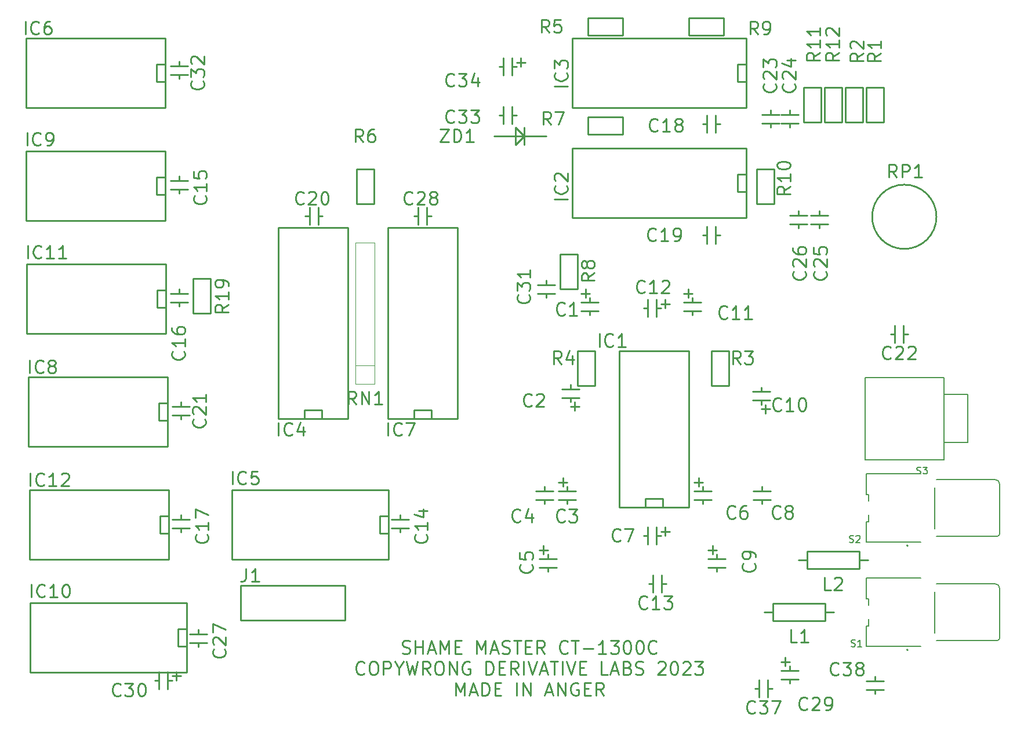
<source format=gbr>
%TF.GenerationSoftware,KiCad,Pcbnew,(6.0.11)*%
%TF.CreationDate,2023-02-07T21:50:49-07:00*%
%TF.ProjectId,gameblaster,67616d65-626c-4617-9374-65722e6b6963,1*%
%TF.SameCoordinates,Original*%
%TF.FileFunction,Legend,Top*%
%TF.FilePolarity,Positive*%
%FSLAX46Y46*%
G04 Gerber Fmt 4.6, Leading zero omitted, Abs format (unit mm)*
G04 Created by KiCad (PCBNEW (6.0.11)) date 2023-02-07 21:50:49*
%MOMM*%
%LPD*%
G01*
G04 APERTURE LIST*
%ADD10C,0.254000*%
%ADD11C,0.150000*%
%ADD12C,0.127000*%
%ADD13C,0.200000*%
%ADD14C,0.120000*%
G04 APERTURE END LIST*
D10*
X117973928Y-121783021D02*
X118246071Y-121873735D01*
X118699642Y-121873735D01*
X118881071Y-121783021D01*
X118971785Y-121692307D01*
X119062500Y-121510878D01*
X119062500Y-121329450D01*
X118971785Y-121148021D01*
X118881071Y-121057307D01*
X118699642Y-120966592D01*
X118336785Y-120875878D01*
X118155357Y-120785164D01*
X118064642Y-120694450D01*
X117973928Y-120513021D01*
X117973928Y-120331592D01*
X118064642Y-120150164D01*
X118155357Y-120059450D01*
X118336785Y-119968735D01*
X118790357Y-119968735D01*
X119062500Y-120059450D01*
X119878928Y-121873735D02*
X119878928Y-119968735D01*
X119878928Y-120875878D02*
X120967500Y-120875878D01*
X120967500Y-121873735D02*
X120967500Y-119968735D01*
X121783928Y-121329450D02*
X122691071Y-121329450D01*
X121602500Y-121873735D02*
X122237500Y-119968735D01*
X122872500Y-121873735D01*
X123507500Y-121873735D02*
X123507500Y-119968735D01*
X124142500Y-121329450D01*
X124777500Y-119968735D01*
X124777500Y-121873735D01*
X125684642Y-120875878D02*
X126319642Y-120875878D01*
X126591785Y-121873735D02*
X125684642Y-121873735D01*
X125684642Y-119968735D01*
X126591785Y-119968735D01*
X128859642Y-121873735D02*
X128859642Y-119968735D01*
X129494642Y-121329450D01*
X130129642Y-119968735D01*
X130129642Y-121873735D01*
X130946071Y-121329450D02*
X131853214Y-121329450D01*
X130764642Y-121873735D02*
X131399642Y-119968735D01*
X132034642Y-121873735D01*
X132578928Y-121783021D02*
X132851071Y-121873735D01*
X133304642Y-121873735D01*
X133486071Y-121783021D01*
X133576785Y-121692307D01*
X133667500Y-121510878D01*
X133667500Y-121329450D01*
X133576785Y-121148021D01*
X133486071Y-121057307D01*
X133304642Y-120966592D01*
X132941785Y-120875878D01*
X132760357Y-120785164D01*
X132669642Y-120694450D01*
X132578928Y-120513021D01*
X132578928Y-120331592D01*
X132669642Y-120150164D01*
X132760357Y-120059450D01*
X132941785Y-119968735D01*
X133395357Y-119968735D01*
X133667500Y-120059450D01*
X134211785Y-119968735D02*
X135300357Y-119968735D01*
X134756071Y-121873735D02*
X134756071Y-119968735D01*
X135935357Y-120875878D02*
X136570357Y-120875878D01*
X136842500Y-121873735D02*
X135935357Y-121873735D01*
X135935357Y-119968735D01*
X136842500Y-119968735D01*
X138747500Y-121873735D02*
X138112500Y-120966592D01*
X137658928Y-121873735D02*
X137658928Y-119968735D01*
X138384642Y-119968735D01*
X138566071Y-120059450D01*
X138656785Y-120150164D01*
X138747500Y-120331592D01*
X138747500Y-120603735D01*
X138656785Y-120785164D01*
X138566071Y-120875878D01*
X138384642Y-120966592D01*
X137658928Y-120966592D01*
X142103928Y-121692307D02*
X142013214Y-121783021D01*
X141741071Y-121873735D01*
X141559642Y-121873735D01*
X141287500Y-121783021D01*
X141106071Y-121601592D01*
X141015357Y-121420164D01*
X140924642Y-121057307D01*
X140924642Y-120785164D01*
X141015357Y-120422307D01*
X141106071Y-120240878D01*
X141287500Y-120059450D01*
X141559642Y-119968735D01*
X141741071Y-119968735D01*
X142013214Y-120059450D01*
X142103928Y-120150164D01*
X142648214Y-119968735D02*
X143736785Y-119968735D01*
X143192500Y-121873735D02*
X143192500Y-119968735D01*
X144371785Y-121148021D02*
X145823214Y-121148021D01*
X147728214Y-121873735D02*
X146639642Y-121873735D01*
X147183928Y-121873735D02*
X147183928Y-119968735D01*
X147002500Y-120240878D01*
X146821071Y-120422307D01*
X146639642Y-120513021D01*
X148363214Y-119968735D02*
X149542500Y-119968735D01*
X148907500Y-120694450D01*
X149179642Y-120694450D01*
X149361071Y-120785164D01*
X149451785Y-120875878D01*
X149542500Y-121057307D01*
X149542500Y-121510878D01*
X149451785Y-121692307D01*
X149361071Y-121783021D01*
X149179642Y-121873735D01*
X148635357Y-121873735D01*
X148453928Y-121783021D01*
X148363214Y-121692307D01*
X150721785Y-119968735D02*
X150903214Y-119968735D01*
X151084642Y-120059450D01*
X151175357Y-120150164D01*
X151266071Y-120331592D01*
X151356785Y-120694450D01*
X151356785Y-121148021D01*
X151266071Y-121510878D01*
X151175357Y-121692307D01*
X151084642Y-121783021D01*
X150903214Y-121873735D01*
X150721785Y-121873735D01*
X150540357Y-121783021D01*
X150449642Y-121692307D01*
X150358928Y-121510878D01*
X150268214Y-121148021D01*
X150268214Y-120694450D01*
X150358928Y-120331592D01*
X150449642Y-120150164D01*
X150540357Y-120059450D01*
X150721785Y-119968735D01*
X152536071Y-119968735D02*
X152717500Y-119968735D01*
X152898928Y-120059450D01*
X152989642Y-120150164D01*
X153080357Y-120331592D01*
X153171071Y-120694450D01*
X153171071Y-121148021D01*
X153080357Y-121510878D01*
X152989642Y-121692307D01*
X152898928Y-121783021D01*
X152717500Y-121873735D01*
X152536071Y-121873735D01*
X152354642Y-121783021D01*
X152263928Y-121692307D01*
X152173214Y-121510878D01*
X152082500Y-121148021D01*
X152082500Y-120694450D01*
X152173214Y-120331592D01*
X152263928Y-120150164D01*
X152354642Y-120059450D01*
X152536071Y-119968735D01*
X155076071Y-121692307D02*
X154985357Y-121783021D01*
X154713214Y-121873735D01*
X154531785Y-121873735D01*
X154259642Y-121783021D01*
X154078214Y-121601592D01*
X153987500Y-121420164D01*
X153896785Y-121057307D01*
X153896785Y-120785164D01*
X153987500Y-120422307D01*
X154078214Y-120240878D01*
X154259642Y-120059450D01*
X154531785Y-119968735D01*
X154713214Y-119968735D01*
X154985357Y-120059450D01*
X155076071Y-120150164D01*
X112394999Y-124759357D02*
X112304285Y-124850071D01*
X112032142Y-124940785D01*
X111850714Y-124940785D01*
X111578571Y-124850071D01*
X111397142Y-124668642D01*
X111306428Y-124487214D01*
X111215714Y-124124357D01*
X111215714Y-123852214D01*
X111306428Y-123489357D01*
X111397142Y-123307928D01*
X111578571Y-123126500D01*
X111850714Y-123035785D01*
X112032142Y-123035785D01*
X112304285Y-123126500D01*
X112394999Y-123217214D01*
X113574285Y-123035785D02*
X113937142Y-123035785D01*
X114118571Y-123126500D01*
X114299999Y-123307928D01*
X114390714Y-123670785D01*
X114390714Y-124305785D01*
X114299999Y-124668642D01*
X114118571Y-124850071D01*
X113937142Y-124940785D01*
X113574285Y-124940785D01*
X113392857Y-124850071D01*
X113211428Y-124668642D01*
X113120714Y-124305785D01*
X113120714Y-123670785D01*
X113211428Y-123307928D01*
X113392857Y-123126500D01*
X113574285Y-123035785D01*
X115207142Y-124940785D02*
X115207142Y-123035785D01*
X115932857Y-123035785D01*
X116114285Y-123126500D01*
X116204999Y-123217214D01*
X116295714Y-123398642D01*
X116295714Y-123670785D01*
X116204999Y-123852214D01*
X116114285Y-123942928D01*
X115932857Y-124033642D01*
X115207142Y-124033642D01*
X117474999Y-124033642D02*
X117474999Y-124940785D01*
X116839999Y-123035785D02*
X117474999Y-124033642D01*
X118109999Y-123035785D01*
X118563571Y-123035785D02*
X119017142Y-124940785D01*
X119379999Y-123580071D01*
X119742857Y-124940785D01*
X120196428Y-123035785D01*
X122010714Y-124940785D02*
X121375714Y-124033642D01*
X120922142Y-124940785D02*
X120922142Y-123035785D01*
X121647857Y-123035785D01*
X121829285Y-123126500D01*
X121919999Y-123217214D01*
X122010714Y-123398642D01*
X122010714Y-123670785D01*
X121919999Y-123852214D01*
X121829285Y-123942928D01*
X121647857Y-124033642D01*
X120922142Y-124033642D01*
X123189999Y-123035785D02*
X123552857Y-123035785D01*
X123734285Y-123126500D01*
X123915714Y-123307928D01*
X124006428Y-123670785D01*
X124006428Y-124305785D01*
X123915714Y-124668642D01*
X123734285Y-124850071D01*
X123552857Y-124940785D01*
X123189999Y-124940785D01*
X123008571Y-124850071D01*
X122827142Y-124668642D01*
X122736428Y-124305785D01*
X122736428Y-123670785D01*
X122827142Y-123307928D01*
X123008571Y-123126500D01*
X123189999Y-123035785D01*
X124822857Y-124940785D02*
X124822857Y-123035785D01*
X125911428Y-124940785D01*
X125911428Y-123035785D01*
X127816428Y-123126500D02*
X127635000Y-123035785D01*
X127362857Y-123035785D01*
X127090714Y-123126500D01*
X126909285Y-123307928D01*
X126818571Y-123489357D01*
X126727857Y-123852214D01*
X126727857Y-124124357D01*
X126818571Y-124487214D01*
X126909285Y-124668642D01*
X127090714Y-124850071D01*
X127362857Y-124940785D01*
X127544285Y-124940785D01*
X127816428Y-124850071D01*
X127907142Y-124759357D01*
X127907142Y-124124357D01*
X127544285Y-124124357D01*
X130175000Y-124940785D02*
X130175000Y-123035785D01*
X130628571Y-123035785D01*
X130900714Y-123126500D01*
X131082142Y-123307928D01*
X131172857Y-123489357D01*
X131263571Y-123852214D01*
X131263571Y-124124357D01*
X131172857Y-124487214D01*
X131082142Y-124668642D01*
X130900714Y-124850071D01*
X130628571Y-124940785D01*
X130175000Y-124940785D01*
X132080000Y-123942928D02*
X132715000Y-123942928D01*
X132987142Y-124940785D02*
X132080000Y-124940785D01*
X132080000Y-123035785D01*
X132987142Y-123035785D01*
X134892142Y-124940785D02*
X134257142Y-124033642D01*
X133803571Y-124940785D02*
X133803571Y-123035785D01*
X134529285Y-123035785D01*
X134710714Y-123126500D01*
X134801428Y-123217214D01*
X134892142Y-123398642D01*
X134892142Y-123670785D01*
X134801428Y-123852214D01*
X134710714Y-123942928D01*
X134529285Y-124033642D01*
X133803571Y-124033642D01*
X135708571Y-124940785D02*
X135708571Y-123035785D01*
X136343571Y-123035785D02*
X136978571Y-124940785D01*
X137613571Y-123035785D01*
X138157857Y-124396500D02*
X139065000Y-124396500D01*
X137976428Y-124940785D02*
X138611428Y-123035785D01*
X139246428Y-124940785D01*
X139609285Y-123035785D02*
X140697857Y-123035785D01*
X140153571Y-124940785D02*
X140153571Y-123035785D01*
X141332857Y-124940785D02*
X141332857Y-123035785D01*
X141967857Y-123035785D02*
X142602857Y-124940785D01*
X143237857Y-123035785D01*
X143872857Y-123942928D02*
X144507857Y-123942928D01*
X144780000Y-124940785D02*
X143872857Y-124940785D01*
X143872857Y-123035785D01*
X144780000Y-123035785D01*
X147955000Y-124940785D02*
X147047857Y-124940785D01*
X147047857Y-123035785D01*
X148499285Y-124396500D02*
X149406428Y-124396500D01*
X148317857Y-124940785D02*
X148952857Y-123035785D01*
X149587857Y-124940785D01*
X150857857Y-123942928D02*
X151130000Y-124033642D01*
X151220714Y-124124357D01*
X151311428Y-124305785D01*
X151311428Y-124577928D01*
X151220714Y-124759357D01*
X151130000Y-124850071D01*
X150948571Y-124940785D01*
X150222857Y-124940785D01*
X150222857Y-123035785D01*
X150857857Y-123035785D01*
X151039285Y-123126500D01*
X151130000Y-123217214D01*
X151220714Y-123398642D01*
X151220714Y-123580071D01*
X151130000Y-123761500D01*
X151039285Y-123852214D01*
X150857857Y-123942928D01*
X150222857Y-123942928D01*
X152037142Y-124850071D02*
X152309285Y-124940785D01*
X152762857Y-124940785D01*
X152944285Y-124850071D01*
X153035000Y-124759357D01*
X153125714Y-124577928D01*
X153125714Y-124396500D01*
X153035000Y-124215071D01*
X152944285Y-124124357D01*
X152762857Y-124033642D01*
X152400000Y-123942928D01*
X152218571Y-123852214D01*
X152127857Y-123761500D01*
X152037142Y-123580071D01*
X152037142Y-123398642D01*
X152127857Y-123217214D01*
X152218571Y-123126500D01*
X152400000Y-123035785D01*
X152853571Y-123035785D01*
X153125714Y-123126500D01*
X155302857Y-123217214D02*
X155393571Y-123126500D01*
X155575000Y-123035785D01*
X156028571Y-123035785D01*
X156210000Y-123126500D01*
X156300714Y-123217214D01*
X156391428Y-123398642D01*
X156391428Y-123580071D01*
X156300714Y-123852214D01*
X155212142Y-124940785D01*
X156391428Y-124940785D01*
X157570714Y-123035785D02*
X157752142Y-123035785D01*
X157933571Y-123126500D01*
X158024285Y-123217214D01*
X158115000Y-123398642D01*
X158205714Y-123761500D01*
X158205714Y-124215071D01*
X158115000Y-124577928D01*
X158024285Y-124759357D01*
X157933571Y-124850071D01*
X157752142Y-124940785D01*
X157570714Y-124940785D01*
X157389285Y-124850071D01*
X157298571Y-124759357D01*
X157207857Y-124577928D01*
X157117142Y-124215071D01*
X157117142Y-123761500D01*
X157207857Y-123398642D01*
X157298571Y-123217214D01*
X157389285Y-123126500D01*
X157570714Y-123035785D01*
X158931428Y-123217214D02*
X159022142Y-123126500D01*
X159203571Y-123035785D01*
X159657142Y-123035785D01*
X159838571Y-123126500D01*
X159929285Y-123217214D01*
X160020000Y-123398642D01*
X160020000Y-123580071D01*
X159929285Y-123852214D01*
X158840714Y-124940785D01*
X160020000Y-124940785D01*
X160655000Y-123035785D02*
X161834285Y-123035785D01*
X161199285Y-123761500D01*
X161471428Y-123761500D01*
X161652857Y-123852214D01*
X161743571Y-123942928D01*
X161834285Y-124124357D01*
X161834285Y-124577928D01*
X161743571Y-124759357D01*
X161652857Y-124850071D01*
X161471428Y-124940785D01*
X160927142Y-124940785D01*
X160745714Y-124850071D01*
X160655000Y-124759357D01*
X125775357Y-128007835D02*
X125775357Y-126102835D01*
X126410357Y-127463550D01*
X127045357Y-126102835D01*
X127045357Y-128007835D01*
X127861785Y-127463550D02*
X128768928Y-127463550D01*
X127680357Y-128007835D02*
X128315357Y-126102835D01*
X128950357Y-128007835D01*
X129585357Y-128007835D02*
X129585357Y-126102835D01*
X130038928Y-126102835D01*
X130311071Y-126193550D01*
X130492500Y-126374978D01*
X130583214Y-126556407D01*
X130673928Y-126919264D01*
X130673928Y-127191407D01*
X130583214Y-127554264D01*
X130492500Y-127735692D01*
X130311071Y-127917121D01*
X130038928Y-128007835D01*
X129585357Y-128007835D01*
X131490357Y-127009978D02*
X132125357Y-127009978D01*
X132397500Y-128007835D02*
X131490357Y-128007835D01*
X131490357Y-126102835D01*
X132397500Y-126102835D01*
X134665357Y-128007835D02*
X134665357Y-126102835D01*
X135572500Y-128007835D02*
X135572500Y-126102835D01*
X136661071Y-128007835D01*
X136661071Y-126102835D01*
X138928928Y-127463550D02*
X139836071Y-127463550D01*
X138747500Y-128007835D02*
X139382500Y-126102835D01*
X140017500Y-128007835D01*
X140652500Y-128007835D02*
X140652500Y-126102835D01*
X141741071Y-128007835D01*
X141741071Y-126102835D01*
X143646071Y-126193550D02*
X143464642Y-126102835D01*
X143192500Y-126102835D01*
X142920357Y-126193550D01*
X142738928Y-126374978D01*
X142648214Y-126556407D01*
X142557500Y-126919264D01*
X142557500Y-127191407D01*
X142648214Y-127554264D01*
X142738928Y-127735692D01*
X142920357Y-127917121D01*
X143192500Y-128007835D01*
X143373928Y-128007835D01*
X143646071Y-127917121D01*
X143736785Y-127826407D01*
X143736785Y-127191407D01*
X143373928Y-127191407D01*
X144553214Y-127009978D02*
X145188214Y-127009978D01*
X145460357Y-128007835D02*
X144553214Y-128007835D01*
X144553214Y-126102835D01*
X145460357Y-126102835D01*
X147365357Y-128007835D02*
X146730357Y-127100692D01*
X146276785Y-128007835D02*
X146276785Y-126102835D01*
X147002500Y-126102835D01*
X147183928Y-126193550D01*
X147274642Y-126284264D01*
X147365357Y-126465692D01*
X147365357Y-126737835D01*
X147274642Y-126919264D01*
X147183928Y-127009978D01*
X147002500Y-127100692D01*
X146276785Y-127100692D01*
%TO.C,ZD1*%
X123489357Y-45184785D02*
X124759357Y-45184785D01*
X123489357Y-47089785D01*
X124759357Y-47089785D01*
X125485071Y-47089785D02*
X125485071Y-45184785D01*
X125938642Y-45184785D01*
X126210785Y-45275500D01*
X126392214Y-45456928D01*
X126482928Y-45638357D01*
X126573642Y-46001214D01*
X126573642Y-46273357D01*
X126482928Y-46636214D01*
X126392214Y-46817642D01*
X126210785Y-46999071D01*
X125938642Y-47089785D01*
X125485071Y-47089785D01*
X128387928Y-47089785D02*
X127299357Y-47089785D01*
X127843642Y-47089785D02*
X127843642Y-45184785D01*
X127662214Y-45456928D01*
X127480785Y-45638357D01*
X127299357Y-45729071D01*
%TO.C,R8*%
X146022785Y-66230500D02*
X145115642Y-66865500D01*
X146022785Y-67319071D02*
X144117785Y-67319071D01*
X144117785Y-66593357D01*
X144208500Y-66411928D01*
X144299214Y-66321214D01*
X144480642Y-66230500D01*
X144752785Y-66230500D01*
X144934214Y-66321214D01*
X145024928Y-66411928D01*
X145115642Y-66593357D01*
X145115642Y-67319071D01*
X144934214Y-65141928D02*
X144843500Y-65323357D01*
X144752785Y-65414071D01*
X144571357Y-65504785D01*
X144480642Y-65504785D01*
X144299214Y-65414071D01*
X144208500Y-65323357D01*
X144117785Y-65141928D01*
X144117785Y-64779071D01*
X144208500Y-64597642D01*
X144299214Y-64506928D01*
X144480642Y-64416214D01*
X144571357Y-64416214D01*
X144752785Y-64506928D01*
X144843500Y-64597642D01*
X144934214Y-64779071D01*
X144934214Y-65141928D01*
X145024928Y-65323357D01*
X145115642Y-65414071D01*
X145297071Y-65504785D01*
X145659928Y-65504785D01*
X145841357Y-65414071D01*
X145932071Y-65323357D01*
X146022785Y-65141928D01*
X146022785Y-64779071D01*
X145932071Y-64597642D01*
X145841357Y-64506928D01*
X145659928Y-64416214D01*
X145297071Y-64416214D01*
X145115642Y-64506928D01*
X145024928Y-64597642D01*
X144934214Y-64779071D01*
%TO.C,C34*%
X125521357Y-38780357D02*
X125430642Y-38871071D01*
X125158500Y-38961785D01*
X124977071Y-38961785D01*
X124704928Y-38871071D01*
X124523500Y-38689642D01*
X124432785Y-38508214D01*
X124342071Y-38145357D01*
X124342071Y-37873214D01*
X124432785Y-37510357D01*
X124523500Y-37328928D01*
X124704928Y-37147500D01*
X124977071Y-37056785D01*
X125158500Y-37056785D01*
X125430642Y-37147500D01*
X125521357Y-37238214D01*
X126156357Y-37056785D02*
X127335642Y-37056785D01*
X126700642Y-37782500D01*
X126972785Y-37782500D01*
X127154214Y-37873214D01*
X127244928Y-37963928D01*
X127335642Y-38145357D01*
X127335642Y-38598928D01*
X127244928Y-38780357D01*
X127154214Y-38871071D01*
X126972785Y-38961785D01*
X126428500Y-38961785D01*
X126247071Y-38871071D01*
X126156357Y-38780357D01*
X128968500Y-37691785D02*
X128968500Y-38961785D01*
X128514928Y-36966071D02*
X128061357Y-38326785D01*
X129240642Y-38326785D01*
%TO.C,C33*%
X125521357Y-44114357D02*
X125430642Y-44205071D01*
X125158500Y-44295785D01*
X124977071Y-44295785D01*
X124704928Y-44205071D01*
X124523500Y-44023642D01*
X124432785Y-43842214D01*
X124342071Y-43479357D01*
X124342071Y-43207214D01*
X124432785Y-42844357D01*
X124523500Y-42662928D01*
X124704928Y-42481500D01*
X124977071Y-42390785D01*
X125158500Y-42390785D01*
X125430642Y-42481500D01*
X125521357Y-42572214D01*
X126156357Y-42390785D02*
X127335642Y-42390785D01*
X126700642Y-43116500D01*
X126972785Y-43116500D01*
X127154214Y-43207214D01*
X127244928Y-43297928D01*
X127335642Y-43479357D01*
X127335642Y-43932928D01*
X127244928Y-44114357D01*
X127154214Y-44205071D01*
X126972785Y-44295785D01*
X126428500Y-44295785D01*
X126247071Y-44205071D01*
X126156357Y-44114357D01*
X127970642Y-42390785D02*
X129149928Y-42390785D01*
X128514928Y-43116500D01*
X128787071Y-43116500D01*
X128968500Y-43207214D01*
X129059214Y-43297928D01*
X129149928Y-43479357D01*
X129149928Y-43932928D01*
X129059214Y-44114357D01*
X128968500Y-44205071D01*
X128787071Y-44295785D01*
X128242785Y-44295785D01*
X128061357Y-44205071D01*
X127970642Y-44114357D01*
%TO.C,C31*%
X136443357Y-69423642D02*
X136534071Y-69514357D01*
X136624785Y-69786500D01*
X136624785Y-69967928D01*
X136534071Y-70240071D01*
X136352642Y-70421500D01*
X136171214Y-70512214D01*
X135808357Y-70602928D01*
X135536214Y-70602928D01*
X135173357Y-70512214D01*
X134991928Y-70421500D01*
X134810500Y-70240071D01*
X134719785Y-69967928D01*
X134719785Y-69786500D01*
X134810500Y-69514357D01*
X134901214Y-69423642D01*
X134719785Y-68788642D02*
X134719785Y-67609357D01*
X135445500Y-68244357D01*
X135445500Y-67972214D01*
X135536214Y-67790785D01*
X135626928Y-67700071D01*
X135808357Y-67609357D01*
X136261928Y-67609357D01*
X136443357Y-67700071D01*
X136534071Y-67790785D01*
X136624785Y-67972214D01*
X136624785Y-68516500D01*
X136534071Y-68697928D01*
X136443357Y-68788642D01*
X136624785Y-65795071D02*
X136624785Y-66883642D01*
X136624785Y-66339357D02*
X134719785Y-66339357D01*
X134991928Y-66520785D01*
X135173357Y-66702214D01*
X135264071Y-66883642D01*
%TO.C,R4*%
X141160500Y-79538285D02*
X140525500Y-78631142D01*
X140071928Y-79538285D02*
X140071928Y-77633285D01*
X140797642Y-77633285D01*
X140979071Y-77724000D01*
X141069785Y-77814714D01*
X141160500Y-77996142D01*
X141160500Y-78268285D01*
X141069785Y-78449714D01*
X140979071Y-78540428D01*
X140797642Y-78631142D01*
X140071928Y-78631142D01*
X142793357Y-78268285D02*
X142793357Y-79538285D01*
X142339785Y-77542571D02*
X141886214Y-78903285D01*
X143065500Y-78903285D01*
%TO.C,C15*%
X89199357Y-54945642D02*
X89290071Y-55036357D01*
X89380785Y-55308500D01*
X89380785Y-55489928D01*
X89290071Y-55762071D01*
X89108642Y-55943500D01*
X88927214Y-56034214D01*
X88564357Y-56124928D01*
X88292214Y-56124928D01*
X87929357Y-56034214D01*
X87747928Y-55943500D01*
X87566500Y-55762071D01*
X87475785Y-55489928D01*
X87475785Y-55308500D01*
X87566500Y-55036357D01*
X87657214Y-54945642D01*
X89380785Y-53131357D02*
X89380785Y-54219928D01*
X89380785Y-53675642D02*
X87475785Y-53675642D01*
X87747928Y-53857071D01*
X87929357Y-54038500D01*
X88020071Y-54219928D01*
X87475785Y-51407785D02*
X87475785Y-52314928D01*
X88382928Y-52405642D01*
X88292214Y-52314928D01*
X88201500Y-52133500D01*
X88201500Y-51679928D01*
X88292214Y-51498500D01*
X88382928Y-51407785D01*
X88564357Y-51317071D01*
X89017928Y-51317071D01*
X89199357Y-51407785D01*
X89290071Y-51498500D01*
X89380785Y-51679928D01*
X89380785Y-52133500D01*
X89290071Y-52314928D01*
X89199357Y-52405642D01*
%TO.C,C32*%
X88818357Y-38181642D02*
X88909071Y-38272357D01*
X88999785Y-38544500D01*
X88999785Y-38725928D01*
X88909071Y-38998071D01*
X88727642Y-39179500D01*
X88546214Y-39270214D01*
X88183357Y-39360928D01*
X87911214Y-39360928D01*
X87548357Y-39270214D01*
X87366928Y-39179500D01*
X87185500Y-38998071D01*
X87094785Y-38725928D01*
X87094785Y-38544500D01*
X87185500Y-38272357D01*
X87276214Y-38181642D01*
X87094785Y-37546642D02*
X87094785Y-36367357D01*
X87820500Y-37002357D01*
X87820500Y-36730214D01*
X87911214Y-36548785D01*
X88001928Y-36458071D01*
X88183357Y-36367357D01*
X88636928Y-36367357D01*
X88818357Y-36458071D01*
X88909071Y-36548785D01*
X88999785Y-36730214D01*
X88999785Y-37274500D01*
X88909071Y-37455928D01*
X88818357Y-37546642D01*
X87276214Y-35641642D02*
X87185500Y-35550928D01*
X87094785Y-35369500D01*
X87094785Y-34915928D01*
X87185500Y-34734500D01*
X87276214Y-34643785D01*
X87457642Y-34553071D01*
X87639071Y-34553071D01*
X87911214Y-34643785D01*
X88999785Y-35732357D01*
X88999785Y-34553071D01*
D11*
%TO.C,S2*%
X183255137Y-105563926D02*
X183399112Y-105611918D01*
X183639068Y-105611918D01*
X183735051Y-105563926D01*
X183783043Y-105515935D01*
X183831034Y-105419952D01*
X183831034Y-105323969D01*
X183783043Y-105227987D01*
X183735051Y-105179995D01*
X183639068Y-105132004D01*
X183447103Y-105084012D01*
X183351120Y-105036021D01*
X183303129Y-104988030D01*
X183255137Y-104892047D01*
X183255137Y-104796064D01*
X183303129Y-104700081D01*
X183351120Y-104652090D01*
X183447103Y-104604099D01*
X183687060Y-104604099D01*
X183831034Y-104652090D01*
X184214965Y-104700081D02*
X184262956Y-104652090D01*
X184358939Y-104604099D01*
X184598896Y-104604099D01*
X184694879Y-104652090D01*
X184742870Y-104700081D01*
X184790862Y-104796064D01*
X184790862Y-104892047D01*
X184742870Y-105036021D01*
X184166974Y-105611918D01*
X184790862Y-105611918D01*
D10*
%TO.C,C13*%
X153715357Y-115170857D02*
X153624642Y-115261571D01*
X153352500Y-115352285D01*
X153171071Y-115352285D01*
X152898928Y-115261571D01*
X152717500Y-115080142D01*
X152626785Y-114898714D01*
X152536071Y-114535857D01*
X152536071Y-114263714D01*
X152626785Y-113900857D01*
X152717500Y-113719428D01*
X152898928Y-113538000D01*
X153171071Y-113447285D01*
X153352500Y-113447285D01*
X153624642Y-113538000D01*
X153715357Y-113628714D01*
X155529642Y-115352285D02*
X154441071Y-115352285D01*
X154985357Y-115352285D02*
X154985357Y-113447285D01*
X154803928Y-113719428D01*
X154622500Y-113900857D01*
X154441071Y-113991571D01*
X156164642Y-113447285D02*
X157343928Y-113447285D01*
X156708928Y-114173000D01*
X156981071Y-114173000D01*
X157162500Y-114263714D01*
X157253214Y-114354428D01*
X157343928Y-114535857D01*
X157343928Y-114989428D01*
X157253214Y-115170857D01*
X157162500Y-115261571D01*
X156981071Y-115352285D01*
X156436785Y-115352285D01*
X156255357Y-115261571D01*
X156164642Y-115170857D01*
%TO.C,RP1*%
X190119000Y-52263785D02*
X189484000Y-51356642D01*
X189030428Y-52263785D02*
X189030428Y-50358785D01*
X189756142Y-50358785D01*
X189937571Y-50449500D01*
X190028285Y-50540214D01*
X190119000Y-50721642D01*
X190119000Y-50993785D01*
X190028285Y-51175214D01*
X189937571Y-51265928D01*
X189756142Y-51356642D01*
X189030428Y-51356642D01*
X190935428Y-52263785D02*
X190935428Y-50358785D01*
X191661142Y-50358785D01*
X191842571Y-50449500D01*
X191933285Y-50540214D01*
X192024000Y-50721642D01*
X192024000Y-50993785D01*
X191933285Y-51175214D01*
X191842571Y-51265928D01*
X191661142Y-51356642D01*
X190935428Y-51356642D01*
X193838285Y-52263785D02*
X192749714Y-52263785D01*
X193294000Y-52263785D02*
X193294000Y-50358785D01*
X193112571Y-50630928D01*
X192931142Y-50812357D01*
X192749714Y-50903071D01*
%TO.C,R1*%
X187805785Y-34099500D02*
X186898642Y-34734500D01*
X187805785Y-35188071D02*
X185900785Y-35188071D01*
X185900785Y-34462357D01*
X185991500Y-34280928D01*
X186082214Y-34190214D01*
X186263642Y-34099500D01*
X186535785Y-34099500D01*
X186717214Y-34190214D01*
X186807928Y-34280928D01*
X186898642Y-34462357D01*
X186898642Y-35188071D01*
X187805785Y-32285214D02*
X187805785Y-33373785D01*
X187805785Y-32829500D02*
X185900785Y-32829500D01*
X186172928Y-33010928D01*
X186354357Y-33192357D01*
X186445071Y-33373785D01*
%TO.C,C24*%
X175178357Y-38562642D02*
X175269071Y-38653357D01*
X175359785Y-38925500D01*
X175359785Y-39106928D01*
X175269071Y-39379071D01*
X175087642Y-39560500D01*
X174906214Y-39651214D01*
X174543357Y-39741928D01*
X174271214Y-39741928D01*
X173908357Y-39651214D01*
X173726928Y-39560500D01*
X173545500Y-39379071D01*
X173454785Y-39106928D01*
X173454785Y-38925500D01*
X173545500Y-38653357D01*
X173636214Y-38562642D01*
X173636214Y-37836928D02*
X173545500Y-37746214D01*
X173454785Y-37564785D01*
X173454785Y-37111214D01*
X173545500Y-36929785D01*
X173636214Y-36839071D01*
X173817642Y-36748357D01*
X173999071Y-36748357D01*
X174271214Y-36839071D01*
X175359785Y-37927642D01*
X175359785Y-36748357D01*
X174089785Y-35115500D02*
X175359785Y-35115500D01*
X173364071Y-35569071D02*
X174724785Y-36022642D01*
X174724785Y-34843357D01*
%TO.C,IC5*%
X93136357Y-97127785D02*
X93136357Y-95222785D01*
X95132071Y-96946357D02*
X95041357Y-97037071D01*
X94769214Y-97127785D01*
X94587785Y-97127785D01*
X94315642Y-97037071D01*
X94134214Y-96855642D01*
X94043500Y-96674214D01*
X93952785Y-96311357D01*
X93952785Y-96039214D01*
X94043500Y-95676357D01*
X94134214Y-95494928D01*
X94315642Y-95313500D01*
X94587785Y-95222785D01*
X94769214Y-95222785D01*
X95041357Y-95313500D01*
X95132071Y-95404214D01*
X96855642Y-95222785D02*
X95948500Y-95222785D01*
X95857785Y-96129928D01*
X95948500Y-96039214D01*
X96129928Y-95948500D01*
X96583500Y-95948500D01*
X96764928Y-96039214D01*
X96855642Y-96129928D01*
X96946357Y-96311357D01*
X96946357Y-96764928D01*
X96855642Y-96946357D01*
X96764928Y-97037071D01*
X96583500Y-97127785D01*
X96129928Y-97127785D01*
X95948500Y-97037071D01*
X95857785Y-96946357D01*
%TO.C,C21*%
X89072357Y-87584642D02*
X89163071Y-87675357D01*
X89253785Y-87947500D01*
X89253785Y-88128928D01*
X89163071Y-88401071D01*
X88981642Y-88582500D01*
X88800214Y-88673214D01*
X88437357Y-88763928D01*
X88165214Y-88763928D01*
X87802357Y-88673214D01*
X87620928Y-88582500D01*
X87439500Y-88401071D01*
X87348785Y-88128928D01*
X87348785Y-87947500D01*
X87439500Y-87675357D01*
X87530214Y-87584642D01*
X87530214Y-86858928D02*
X87439500Y-86768214D01*
X87348785Y-86586785D01*
X87348785Y-86133214D01*
X87439500Y-85951785D01*
X87530214Y-85861071D01*
X87711642Y-85770357D01*
X87893071Y-85770357D01*
X88165214Y-85861071D01*
X89253785Y-86949642D01*
X89253785Y-85770357D01*
X89253785Y-83956071D02*
X89253785Y-85044642D01*
X89253785Y-84500357D02*
X87348785Y-84500357D01*
X87620928Y-84681785D01*
X87802357Y-84863214D01*
X87893071Y-85044642D01*
%TO.C,R7*%
X139636500Y-44549785D02*
X139001500Y-43642642D01*
X138547928Y-44549785D02*
X138547928Y-42644785D01*
X139273642Y-42644785D01*
X139455071Y-42735500D01*
X139545785Y-42826214D01*
X139636500Y-43007642D01*
X139636500Y-43279785D01*
X139545785Y-43461214D01*
X139455071Y-43551928D01*
X139273642Y-43642642D01*
X138547928Y-43642642D01*
X140271500Y-42644785D02*
X141541500Y-42644785D01*
X140725071Y-44549785D01*
%TO.C,IC3*%
X142085785Y-38943642D02*
X140180785Y-38943642D01*
X141904357Y-36947928D02*
X141995071Y-37038642D01*
X142085785Y-37310785D01*
X142085785Y-37492214D01*
X141995071Y-37764357D01*
X141813642Y-37945785D01*
X141632214Y-38036500D01*
X141269357Y-38127214D01*
X140997214Y-38127214D01*
X140634357Y-38036500D01*
X140452928Y-37945785D01*
X140271500Y-37764357D01*
X140180785Y-37492214D01*
X140180785Y-37310785D01*
X140271500Y-37038642D01*
X140362214Y-36947928D01*
X140180785Y-36312928D02*
X140180785Y-35133642D01*
X140906500Y-35768642D01*
X140906500Y-35496500D01*
X140997214Y-35315071D01*
X141087928Y-35224357D01*
X141269357Y-35133642D01*
X141722928Y-35133642D01*
X141904357Y-35224357D01*
X141995071Y-35315071D01*
X142085785Y-35496500D01*
X142085785Y-36040785D01*
X141995071Y-36222214D01*
X141904357Y-36312928D01*
%TO.C,C9*%
X169336357Y-108712000D02*
X169427071Y-108802714D01*
X169517785Y-109074857D01*
X169517785Y-109256285D01*
X169427071Y-109528428D01*
X169245642Y-109709857D01*
X169064214Y-109800571D01*
X168701357Y-109891285D01*
X168429214Y-109891285D01*
X168066357Y-109800571D01*
X167884928Y-109709857D01*
X167703500Y-109528428D01*
X167612785Y-109256285D01*
X167612785Y-109074857D01*
X167703500Y-108802714D01*
X167794214Y-108712000D01*
X169517785Y-107804857D02*
X169517785Y-107442000D01*
X169427071Y-107260571D01*
X169336357Y-107169857D01*
X169064214Y-106988428D01*
X168701357Y-106897714D01*
X167975642Y-106897714D01*
X167794214Y-106988428D01*
X167703500Y-107079142D01*
X167612785Y-107260571D01*
X167612785Y-107623428D01*
X167703500Y-107804857D01*
X167794214Y-107895571D01*
X167975642Y-107986285D01*
X168429214Y-107986285D01*
X168610642Y-107895571D01*
X168701357Y-107804857D01*
X168792071Y-107623428D01*
X168792071Y-107260571D01*
X168701357Y-107079142D01*
X168610642Y-106988428D01*
X168429214Y-106897714D01*
%TO.C,R10*%
X174597785Y-53548642D02*
X173690642Y-54183642D01*
X174597785Y-54637214D02*
X172692785Y-54637214D01*
X172692785Y-53911500D01*
X172783500Y-53730071D01*
X172874214Y-53639357D01*
X173055642Y-53548642D01*
X173327785Y-53548642D01*
X173509214Y-53639357D01*
X173599928Y-53730071D01*
X173690642Y-53911500D01*
X173690642Y-54637214D01*
X174597785Y-51734357D02*
X174597785Y-52822928D01*
X174597785Y-52278642D02*
X172692785Y-52278642D01*
X172964928Y-52460071D01*
X173146357Y-52641500D01*
X173237071Y-52822928D01*
X172692785Y-50555071D02*
X172692785Y-50373642D01*
X172783500Y-50192214D01*
X172874214Y-50101500D01*
X173055642Y-50010785D01*
X173418500Y-49920071D01*
X173872071Y-49920071D01*
X174234928Y-50010785D01*
X174416357Y-50101500D01*
X174507071Y-50192214D01*
X174597785Y-50373642D01*
X174597785Y-50555071D01*
X174507071Y-50736500D01*
X174416357Y-50827214D01*
X174234928Y-50917928D01*
X173872071Y-51008642D01*
X173418500Y-51008642D01*
X173055642Y-50917928D01*
X172874214Y-50827214D01*
X172783500Y-50736500D01*
X172692785Y-50555071D01*
%TO.C,C23*%
X172384357Y-38562642D02*
X172475071Y-38653357D01*
X172565785Y-38925500D01*
X172565785Y-39106928D01*
X172475071Y-39379071D01*
X172293642Y-39560500D01*
X172112214Y-39651214D01*
X171749357Y-39741928D01*
X171477214Y-39741928D01*
X171114357Y-39651214D01*
X170932928Y-39560500D01*
X170751500Y-39379071D01*
X170660785Y-39106928D01*
X170660785Y-38925500D01*
X170751500Y-38653357D01*
X170842214Y-38562642D01*
X170842214Y-37836928D02*
X170751500Y-37746214D01*
X170660785Y-37564785D01*
X170660785Y-37111214D01*
X170751500Y-36929785D01*
X170842214Y-36839071D01*
X171023642Y-36748357D01*
X171205071Y-36748357D01*
X171477214Y-36839071D01*
X172565785Y-37927642D01*
X172565785Y-36748357D01*
X170660785Y-36113357D02*
X170660785Y-34934071D01*
X171386500Y-35569071D01*
X171386500Y-35296928D01*
X171477214Y-35115500D01*
X171567928Y-35024785D01*
X171749357Y-34934071D01*
X172202928Y-34934071D01*
X172384357Y-35024785D01*
X172475071Y-35115500D01*
X172565785Y-35296928D01*
X172565785Y-35841214D01*
X172475071Y-36022642D01*
X172384357Y-36113357D01*
%TO.C,R6*%
X112204500Y-47089785D02*
X111569500Y-46182642D01*
X111115928Y-47089785D02*
X111115928Y-45184785D01*
X111841642Y-45184785D01*
X112023071Y-45275500D01*
X112113785Y-45366214D01*
X112204500Y-45547642D01*
X112204500Y-45819785D01*
X112113785Y-46001214D01*
X112023071Y-46091928D01*
X111841642Y-46182642D01*
X111115928Y-46182642D01*
X113837357Y-45184785D02*
X113474500Y-45184785D01*
X113293071Y-45275500D01*
X113202357Y-45366214D01*
X113020928Y-45638357D01*
X112930214Y-46001214D01*
X112930214Y-46726928D01*
X113020928Y-46908357D01*
X113111642Y-46999071D01*
X113293071Y-47089785D01*
X113655928Y-47089785D01*
X113837357Y-46999071D01*
X113928071Y-46908357D01*
X114018785Y-46726928D01*
X114018785Y-46273357D01*
X113928071Y-46091928D01*
X113837357Y-46001214D01*
X113655928Y-45910500D01*
X113293071Y-45910500D01*
X113111642Y-46001214D01*
X113020928Y-46091928D01*
X112930214Y-46273357D01*
%TO.C,C8*%
X173164500Y-101962857D02*
X173073785Y-102053571D01*
X172801642Y-102144285D01*
X172620214Y-102144285D01*
X172348071Y-102053571D01*
X172166642Y-101872142D01*
X172075928Y-101690714D01*
X171985214Y-101327857D01*
X171985214Y-101055714D01*
X172075928Y-100692857D01*
X172166642Y-100511428D01*
X172348071Y-100330000D01*
X172620214Y-100239285D01*
X172801642Y-100239285D01*
X173073785Y-100330000D01*
X173164500Y-100420714D01*
X174253071Y-101055714D02*
X174071642Y-100965000D01*
X173980928Y-100874285D01*
X173890214Y-100692857D01*
X173890214Y-100602142D01*
X173980928Y-100420714D01*
X174071642Y-100330000D01*
X174253071Y-100239285D01*
X174615928Y-100239285D01*
X174797357Y-100330000D01*
X174888071Y-100420714D01*
X174978785Y-100602142D01*
X174978785Y-100692857D01*
X174888071Y-100874285D01*
X174797357Y-100965000D01*
X174615928Y-101055714D01*
X174253071Y-101055714D01*
X174071642Y-101146428D01*
X173980928Y-101237142D01*
X173890214Y-101418571D01*
X173890214Y-101781428D01*
X173980928Y-101962857D01*
X174071642Y-102053571D01*
X174253071Y-102144285D01*
X174615928Y-102144285D01*
X174797357Y-102053571D01*
X174888071Y-101962857D01*
X174978785Y-101781428D01*
X174978785Y-101418571D01*
X174888071Y-101237142D01*
X174797357Y-101146428D01*
X174615928Y-101055714D01*
D11*
%TO.C,S3*%
X193101893Y-95552998D02*
X193244932Y-95600678D01*
X193483331Y-95600678D01*
X193578691Y-95552998D01*
X193626370Y-95505318D01*
X193674050Y-95409958D01*
X193674050Y-95314599D01*
X193626370Y-95219239D01*
X193578691Y-95171559D01*
X193483331Y-95123880D01*
X193292612Y-95076200D01*
X193197252Y-95028520D01*
X193149572Y-94980840D01*
X193101893Y-94885481D01*
X193101893Y-94790121D01*
X193149572Y-94694761D01*
X193197252Y-94647082D01*
X193292612Y-94599402D01*
X193531011Y-94599402D01*
X193674050Y-94647082D01*
X194007809Y-94599402D02*
X194627646Y-94599402D01*
X194293888Y-94980840D01*
X194436927Y-94980840D01*
X194532287Y-95028520D01*
X194579967Y-95076200D01*
X194627646Y-95171559D01*
X194627646Y-95409958D01*
X194579967Y-95505318D01*
X194532287Y-95552998D01*
X194436927Y-95600678D01*
X194150848Y-95600678D01*
X194055489Y-95552998D01*
X194007809Y-95505318D01*
D10*
%TO.C,IC1*%
X146730357Y-76998285D02*
X146730357Y-75093285D01*
X148726071Y-76816857D02*
X148635357Y-76907571D01*
X148363214Y-76998285D01*
X148181785Y-76998285D01*
X147909642Y-76907571D01*
X147728214Y-76726142D01*
X147637500Y-76544714D01*
X147546785Y-76181857D01*
X147546785Y-75909714D01*
X147637500Y-75546857D01*
X147728214Y-75365428D01*
X147909642Y-75184000D01*
X148181785Y-75093285D01*
X148363214Y-75093285D01*
X148635357Y-75184000D01*
X148726071Y-75274714D01*
X150540357Y-76998285D02*
X149451785Y-76998285D01*
X149996071Y-76998285D02*
X149996071Y-75093285D01*
X149814642Y-75365428D01*
X149633214Y-75546857D01*
X149451785Y-75637571D01*
%TO.C,C28*%
X119425357Y-56052357D02*
X119334642Y-56143071D01*
X119062500Y-56233785D01*
X118881071Y-56233785D01*
X118608928Y-56143071D01*
X118427500Y-55961642D01*
X118336785Y-55780214D01*
X118246071Y-55417357D01*
X118246071Y-55145214D01*
X118336785Y-54782357D01*
X118427500Y-54600928D01*
X118608928Y-54419500D01*
X118881071Y-54328785D01*
X119062500Y-54328785D01*
X119334642Y-54419500D01*
X119425357Y-54510214D01*
X120151071Y-54510214D02*
X120241785Y-54419500D01*
X120423214Y-54328785D01*
X120876785Y-54328785D01*
X121058214Y-54419500D01*
X121148928Y-54510214D01*
X121239642Y-54691642D01*
X121239642Y-54873071D01*
X121148928Y-55145214D01*
X120060357Y-56233785D01*
X121239642Y-56233785D01*
X122328214Y-55145214D02*
X122146785Y-55054500D01*
X122056071Y-54963785D01*
X121965357Y-54782357D01*
X121965357Y-54691642D01*
X122056071Y-54510214D01*
X122146785Y-54419500D01*
X122328214Y-54328785D01*
X122691071Y-54328785D01*
X122872500Y-54419500D01*
X122963214Y-54510214D01*
X123053928Y-54691642D01*
X123053928Y-54782357D01*
X122963214Y-54963785D01*
X122872500Y-55054500D01*
X122691071Y-55145214D01*
X122328214Y-55145214D01*
X122146785Y-55235928D01*
X122056071Y-55326642D01*
X121965357Y-55508071D01*
X121965357Y-55870928D01*
X122056071Y-56052357D01*
X122146785Y-56143071D01*
X122328214Y-56233785D01*
X122691071Y-56233785D01*
X122872500Y-56143071D01*
X122963214Y-56052357D01*
X123053928Y-55870928D01*
X123053928Y-55508071D01*
X122963214Y-55326642D01*
X122872500Y-55235928D01*
X122691071Y-55145214D01*
%TO.C,C22*%
X189275357Y-78658357D02*
X189184642Y-78749071D01*
X188912500Y-78839785D01*
X188731071Y-78839785D01*
X188458928Y-78749071D01*
X188277500Y-78567642D01*
X188186785Y-78386214D01*
X188096071Y-78023357D01*
X188096071Y-77751214D01*
X188186785Y-77388357D01*
X188277500Y-77206928D01*
X188458928Y-77025500D01*
X188731071Y-76934785D01*
X188912500Y-76934785D01*
X189184642Y-77025500D01*
X189275357Y-77116214D01*
X190001071Y-77116214D02*
X190091785Y-77025500D01*
X190273214Y-76934785D01*
X190726785Y-76934785D01*
X190908214Y-77025500D01*
X190998928Y-77116214D01*
X191089642Y-77297642D01*
X191089642Y-77479071D01*
X190998928Y-77751214D01*
X189910357Y-78839785D01*
X191089642Y-78839785D01*
X191815357Y-77116214D02*
X191906071Y-77025500D01*
X192087500Y-76934785D01*
X192541071Y-76934785D01*
X192722500Y-77025500D01*
X192813214Y-77116214D01*
X192903928Y-77297642D01*
X192903928Y-77479071D01*
X192813214Y-77751214D01*
X191724642Y-78839785D01*
X192903928Y-78839785D01*
%TO.C,C29*%
X177083357Y-129966357D02*
X176992642Y-130057071D01*
X176720500Y-130147785D01*
X176539071Y-130147785D01*
X176266928Y-130057071D01*
X176085500Y-129875642D01*
X175994785Y-129694214D01*
X175904071Y-129331357D01*
X175904071Y-129059214D01*
X175994785Y-128696357D01*
X176085500Y-128514928D01*
X176266928Y-128333500D01*
X176539071Y-128242785D01*
X176720500Y-128242785D01*
X176992642Y-128333500D01*
X177083357Y-128424214D01*
X177809071Y-128424214D02*
X177899785Y-128333500D01*
X178081214Y-128242785D01*
X178534785Y-128242785D01*
X178716214Y-128333500D01*
X178806928Y-128424214D01*
X178897642Y-128605642D01*
X178897642Y-128787071D01*
X178806928Y-129059214D01*
X177718357Y-130147785D01*
X178897642Y-130147785D01*
X179804785Y-130147785D02*
X180167642Y-130147785D01*
X180349071Y-130057071D01*
X180439785Y-129966357D01*
X180621214Y-129694214D01*
X180711928Y-129331357D01*
X180711928Y-128605642D01*
X180621214Y-128424214D01*
X180530500Y-128333500D01*
X180349071Y-128242785D01*
X179986214Y-128242785D01*
X179804785Y-128333500D01*
X179714071Y-128424214D01*
X179623357Y-128605642D01*
X179623357Y-129059214D01*
X179714071Y-129240642D01*
X179804785Y-129331357D01*
X179986214Y-129422071D01*
X180349071Y-129422071D01*
X180530500Y-129331357D01*
X180621214Y-129240642D01*
X180711928Y-129059214D01*
%TO.C,C7*%
X149796500Y-105328357D02*
X149705785Y-105419071D01*
X149433642Y-105509785D01*
X149252214Y-105509785D01*
X148980071Y-105419071D01*
X148798642Y-105237642D01*
X148707928Y-105056214D01*
X148617214Y-104693357D01*
X148617214Y-104421214D01*
X148707928Y-104058357D01*
X148798642Y-103876928D01*
X148980071Y-103695500D01*
X149252214Y-103604785D01*
X149433642Y-103604785D01*
X149705785Y-103695500D01*
X149796500Y-103786214D01*
X150431500Y-103604785D02*
X151701500Y-103604785D01*
X150885071Y-105509785D01*
%TO.C,C37*%
X169463357Y-130474357D02*
X169372642Y-130565071D01*
X169100500Y-130655785D01*
X168919071Y-130655785D01*
X168646928Y-130565071D01*
X168465500Y-130383642D01*
X168374785Y-130202214D01*
X168284071Y-129839357D01*
X168284071Y-129567214D01*
X168374785Y-129204357D01*
X168465500Y-129022928D01*
X168646928Y-128841500D01*
X168919071Y-128750785D01*
X169100500Y-128750785D01*
X169372642Y-128841500D01*
X169463357Y-128932214D01*
X170098357Y-128750785D02*
X171277642Y-128750785D01*
X170642642Y-129476500D01*
X170914785Y-129476500D01*
X171096214Y-129567214D01*
X171186928Y-129657928D01*
X171277642Y-129839357D01*
X171277642Y-130292928D01*
X171186928Y-130474357D01*
X171096214Y-130565071D01*
X170914785Y-130655785D01*
X170370500Y-130655785D01*
X170189071Y-130565071D01*
X170098357Y-130474357D01*
X171912642Y-128750785D02*
X173182642Y-128750785D01*
X172366214Y-130655785D01*
%TO.C,IC12*%
X63654214Y-97381785D02*
X63654214Y-95476785D01*
X65649928Y-97200357D02*
X65559214Y-97291071D01*
X65287071Y-97381785D01*
X65105642Y-97381785D01*
X64833500Y-97291071D01*
X64652071Y-97109642D01*
X64561357Y-96928214D01*
X64470642Y-96565357D01*
X64470642Y-96293214D01*
X64561357Y-95930357D01*
X64652071Y-95748928D01*
X64833500Y-95567500D01*
X65105642Y-95476785D01*
X65287071Y-95476785D01*
X65559214Y-95567500D01*
X65649928Y-95658214D01*
X67464214Y-97381785D02*
X66375642Y-97381785D01*
X66919928Y-97381785D02*
X66919928Y-95476785D01*
X66738500Y-95748928D01*
X66557071Y-95930357D01*
X66375642Y-96021071D01*
X68189928Y-95658214D02*
X68280642Y-95567500D01*
X68462071Y-95476785D01*
X68915642Y-95476785D01*
X69097071Y-95567500D01*
X69187785Y-95658214D01*
X69278500Y-95839642D01*
X69278500Y-96021071D01*
X69187785Y-96293214D01*
X68099214Y-97381785D01*
X69278500Y-97381785D01*
%TO.C,IC11*%
X63273214Y-64107785D02*
X63273214Y-62202785D01*
X65268928Y-63926357D02*
X65178214Y-64017071D01*
X64906071Y-64107785D01*
X64724642Y-64107785D01*
X64452500Y-64017071D01*
X64271071Y-63835642D01*
X64180357Y-63654214D01*
X64089642Y-63291357D01*
X64089642Y-63019214D01*
X64180357Y-62656357D01*
X64271071Y-62474928D01*
X64452500Y-62293500D01*
X64724642Y-62202785D01*
X64906071Y-62202785D01*
X65178214Y-62293500D01*
X65268928Y-62384214D01*
X67083214Y-64107785D02*
X65994642Y-64107785D01*
X66538928Y-64107785D02*
X66538928Y-62202785D01*
X66357500Y-62474928D01*
X66176071Y-62656357D01*
X65994642Y-62747071D01*
X68897500Y-64107785D02*
X67808928Y-64107785D01*
X68353214Y-64107785D02*
X68353214Y-62202785D01*
X68171785Y-62474928D01*
X67990357Y-62656357D01*
X67808928Y-62747071D01*
%TO.C,R11*%
X178915785Y-33990642D02*
X178008642Y-34625642D01*
X178915785Y-35079214D02*
X177010785Y-35079214D01*
X177010785Y-34353500D01*
X177101500Y-34172071D01*
X177192214Y-34081357D01*
X177373642Y-33990642D01*
X177645785Y-33990642D01*
X177827214Y-34081357D01*
X177917928Y-34172071D01*
X178008642Y-34353500D01*
X178008642Y-35079214D01*
X178915785Y-32176357D02*
X178915785Y-33264928D01*
X178915785Y-32720642D02*
X177010785Y-32720642D01*
X177282928Y-32902071D01*
X177464357Y-33083500D01*
X177555071Y-33264928D01*
X178915785Y-30362071D02*
X178915785Y-31450642D01*
X178915785Y-30906357D02*
X177010785Y-30906357D01*
X177282928Y-31087785D01*
X177464357Y-31269214D01*
X177555071Y-31450642D01*
%TO.C,C27*%
X91993357Y-121239642D02*
X92084071Y-121330357D01*
X92174785Y-121602500D01*
X92174785Y-121783928D01*
X92084071Y-122056071D01*
X91902642Y-122237500D01*
X91721214Y-122328214D01*
X91358357Y-122418928D01*
X91086214Y-122418928D01*
X90723357Y-122328214D01*
X90541928Y-122237500D01*
X90360500Y-122056071D01*
X90269785Y-121783928D01*
X90269785Y-121602500D01*
X90360500Y-121330357D01*
X90451214Y-121239642D01*
X90451214Y-120513928D02*
X90360500Y-120423214D01*
X90269785Y-120241785D01*
X90269785Y-119788214D01*
X90360500Y-119606785D01*
X90451214Y-119516071D01*
X90632642Y-119425357D01*
X90814071Y-119425357D01*
X91086214Y-119516071D01*
X92174785Y-120604642D01*
X92174785Y-119425357D01*
X90269785Y-118790357D02*
X90269785Y-117520357D01*
X92174785Y-118336785D01*
%TO.C,RN1*%
X111206642Y-85433785D02*
X110571642Y-84526642D01*
X110118071Y-85433785D02*
X110118071Y-83528785D01*
X110843785Y-83528785D01*
X111025214Y-83619500D01*
X111115928Y-83710214D01*
X111206642Y-83891642D01*
X111206642Y-84163785D01*
X111115928Y-84345214D01*
X111025214Y-84435928D01*
X110843785Y-84526642D01*
X110118071Y-84526642D01*
X112023071Y-85433785D02*
X112023071Y-83528785D01*
X113111642Y-85433785D01*
X113111642Y-83528785D01*
X115016642Y-85433785D02*
X113928071Y-85433785D01*
X114472357Y-85433785D02*
X114472357Y-83528785D01*
X114290928Y-83800928D01*
X114109500Y-83982357D01*
X113928071Y-84073071D01*
%TO.C,IC10*%
X63781214Y-113637785D02*
X63781214Y-111732785D01*
X65776928Y-113456357D02*
X65686214Y-113547071D01*
X65414071Y-113637785D01*
X65232642Y-113637785D01*
X64960500Y-113547071D01*
X64779071Y-113365642D01*
X64688357Y-113184214D01*
X64597642Y-112821357D01*
X64597642Y-112549214D01*
X64688357Y-112186357D01*
X64779071Y-112004928D01*
X64960500Y-111823500D01*
X65232642Y-111732785D01*
X65414071Y-111732785D01*
X65686214Y-111823500D01*
X65776928Y-111914214D01*
X67591214Y-113637785D02*
X66502642Y-113637785D01*
X67046928Y-113637785D02*
X67046928Y-111732785D01*
X66865500Y-112004928D01*
X66684071Y-112186357D01*
X66502642Y-112277071D01*
X68770500Y-111732785D02*
X68951928Y-111732785D01*
X69133357Y-111823500D01*
X69224071Y-111914214D01*
X69314785Y-112095642D01*
X69405500Y-112458500D01*
X69405500Y-112912071D01*
X69314785Y-113274928D01*
X69224071Y-113456357D01*
X69133357Y-113547071D01*
X68951928Y-113637785D01*
X68770500Y-113637785D01*
X68589071Y-113547071D01*
X68498357Y-113456357D01*
X68407642Y-113274928D01*
X68316928Y-112912071D01*
X68316928Y-112458500D01*
X68407642Y-112095642D01*
X68498357Y-111914214D01*
X68589071Y-111823500D01*
X68770500Y-111732785D01*
%TO.C,R2*%
X185265785Y-34099500D02*
X184358642Y-34734500D01*
X185265785Y-35188071D02*
X183360785Y-35188071D01*
X183360785Y-34462357D01*
X183451500Y-34280928D01*
X183542214Y-34190214D01*
X183723642Y-34099500D01*
X183995785Y-34099500D01*
X184177214Y-34190214D01*
X184267928Y-34280928D01*
X184358642Y-34462357D01*
X184358642Y-35188071D01*
X183542214Y-33373785D02*
X183451500Y-33283071D01*
X183360785Y-33101642D01*
X183360785Y-32648071D01*
X183451500Y-32466642D01*
X183542214Y-32375928D01*
X183723642Y-32285214D01*
X183905071Y-32285214D01*
X184177214Y-32375928D01*
X185265785Y-33464500D01*
X185265785Y-32285214D01*
%TO.C,C1*%
X141668500Y-72244857D02*
X141577785Y-72335571D01*
X141305642Y-72426285D01*
X141124214Y-72426285D01*
X140852071Y-72335571D01*
X140670642Y-72154142D01*
X140579928Y-71972714D01*
X140489214Y-71609857D01*
X140489214Y-71337714D01*
X140579928Y-70974857D01*
X140670642Y-70793428D01*
X140852071Y-70612000D01*
X141124214Y-70521285D01*
X141305642Y-70521285D01*
X141577785Y-70612000D01*
X141668500Y-70702714D01*
X143482785Y-72426285D02*
X142394214Y-72426285D01*
X142938500Y-72426285D02*
X142938500Y-70521285D01*
X142757071Y-70793428D01*
X142575642Y-70974857D01*
X142394214Y-71065571D01*
%TO.C,IC8*%
X63545357Y-80871785D02*
X63545357Y-78966785D01*
X65541071Y-80690357D02*
X65450357Y-80781071D01*
X65178214Y-80871785D01*
X64996785Y-80871785D01*
X64724642Y-80781071D01*
X64543214Y-80599642D01*
X64452500Y-80418214D01*
X64361785Y-80055357D01*
X64361785Y-79783214D01*
X64452500Y-79420357D01*
X64543214Y-79238928D01*
X64724642Y-79057500D01*
X64996785Y-78966785D01*
X65178214Y-78966785D01*
X65450357Y-79057500D01*
X65541071Y-79148214D01*
X66629642Y-79783214D02*
X66448214Y-79692500D01*
X66357500Y-79601785D01*
X66266785Y-79420357D01*
X66266785Y-79329642D01*
X66357500Y-79148214D01*
X66448214Y-79057500D01*
X66629642Y-78966785D01*
X66992500Y-78966785D01*
X67173928Y-79057500D01*
X67264642Y-79148214D01*
X67355357Y-79329642D01*
X67355357Y-79420357D01*
X67264642Y-79601785D01*
X67173928Y-79692500D01*
X66992500Y-79783214D01*
X66629642Y-79783214D01*
X66448214Y-79873928D01*
X66357500Y-79964642D01*
X66266785Y-80146071D01*
X66266785Y-80508928D01*
X66357500Y-80690357D01*
X66448214Y-80781071D01*
X66629642Y-80871785D01*
X66992500Y-80871785D01*
X67173928Y-80781071D01*
X67264642Y-80690357D01*
X67355357Y-80508928D01*
X67355357Y-80146071D01*
X67264642Y-79964642D01*
X67173928Y-79873928D01*
X66992500Y-79783214D01*
%TO.C,IC2*%
X142085785Y-55453642D02*
X140180785Y-55453642D01*
X141904357Y-53457928D02*
X141995071Y-53548642D01*
X142085785Y-53820785D01*
X142085785Y-54002214D01*
X141995071Y-54274357D01*
X141813642Y-54455785D01*
X141632214Y-54546500D01*
X141269357Y-54637214D01*
X140997214Y-54637214D01*
X140634357Y-54546500D01*
X140452928Y-54455785D01*
X140271500Y-54274357D01*
X140180785Y-54002214D01*
X140180785Y-53820785D01*
X140271500Y-53548642D01*
X140362214Y-53457928D01*
X140362214Y-52732214D02*
X140271500Y-52641500D01*
X140180785Y-52460071D01*
X140180785Y-52006500D01*
X140271500Y-51825071D01*
X140362214Y-51734357D01*
X140543642Y-51643642D01*
X140725071Y-51643642D01*
X140997214Y-51734357D01*
X142085785Y-52822928D01*
X142085785Y-51643642D01*
%TO.C,C26*%
X176702357Y-65994642D02*
X176793071Y-66085357D01*
X176883785Y-66357500D01*
X176883785Y-66538928D01*
X176793071Y-66811071D01*
X176611642Y-66992500D01*
X176430214Y-67083214D01*
X176067357Y-67173928D01*
X175795214Y-67173928D01*
X175432357Y-67083214D01*
X175250928Y-66992500D01*
X175069500Y-66811071D01*
X174978785Y-66538928D01*
X174978785Y-66357500D01*
X175069500Y-66085357D01*
X175160214Y-65994642D01*
X175160214Y-65268928D02*
X175069500Y-65178214D01*
X174978785Y-64996785D01*
X174978785Y-64543214D01*
X175069500Y-64361785D01*
X175160214Y-64271071D01*
X175341642Y-64180357D01*
X175523071Y-64180357D01*
X175795214Y-64271071D01*
X176883785Y-65359642D01*
X176883785Y-64180357D01*
X174978785Y-62547500D02*
X174978785Y-62910357D01*
X175069500Y-63091785D01*
X175160214Y-63182500D01*
X175432357Y-63363928D01*
X175795214Y-63454642D01*
X176520928Y-63454642D01*
X176702357Y-63363928D01*
X176793071Y-63273214D01*
X176883785Y-63091785D01*
X176883785Y-62728928D01*
X176793071Y-62547500D01*
X176702357Y-62456785D01*
X176520928Y-62366071D01*
X176067357Y-62366071D01*
X175885928Y-62456785D01*
X175795214Y-62547500D01*
X175704500Y-62728928D01*
X175704500Y-63091785D01*
X175795214Y-63273214D01*
X175885928Y-63363928D01*
X176067357Y-63454642D01*
%TO.C,C3*%
X141668500Y-102470857D02*
X141577785Y-102561571D01*
X141305642Y-102652285D01*
X141124214Y-102652285D01*
X140852071Y-102561571D01*
X140670642Y-102380142D01*
X140579928Y-102198714D01*
X140489214Y-101835857D01*
X140489214Y-101563714D01*
X140579928Y-101200857D01*
X140670642Y-101019428D01*
X140852071Y-100838000D01*
X141124214Y-100747285D01*
X141305642Y-100747285D01*
X141577785Y-100838000D01*
X141668500Y-100928714D01*
X142303500Y-100747285D02*
X143482785Y-100747285D01*
X142847785Y-101473000D01*
X143119928Y-101473000D01*
X143301357Y-101563714D01*
X143392071Y-101654428D01*
X143482785Y-101835857D01*
X143482785Y-102289428D01*
X143392071Y-102470857D01*
X143301357Y-102561571D01*
X143119928Y-102652285D01*
X142575642Y-102652285D01*
X142394214Y-102561571D01*
X142303500Y-102470857D01*
%TO.C,C25*%
X179750357Y-65994642D02*
X179841071Y-66085357D01*
X179931785Y-66357500D01*
X179931785Y-66538928D01*
X179841071Y-66811071D01*
X179659642Y-66992500D01*
X179478214Y-67083214D01*
X179115357Y-67173928D01*
X178843214Y-67173928D01*
X178480357Y-67083214D01*
X178298928Y-66992500D01*
X178117500Y-66811071D01*
X178026785Y-66538928D01*
X178026785Y-66357500D01*
X178117500Y-66085357D01*
X178208214Y-65994642D01*
X178208214Y-65268928D02*
X178117500Y-65178214D01*
X178026785Y-64996785D01*
X178026785Y-64543214D01*
X178117500Y-64361785D01*
X178208214Y-64271071D01*
X178389642Y-64180357D01*
X178571071Y-64180357D01*
X178843214Y-64271071D01*
X179931785Y-65359642D01*
X179931785Y-64180357D01*
X178026785Y-62456785D02*
X178026785Y-63363928D01*
X178933928Y-63454642D01*
X178843214Y-63363928D01*
X178752500Y-63182500D01*
X178752500Y-62728928D01*
X178843214Y-62547500D01*
X178933928Y-62456785D01*
X179115357Y-62366071D01*
X179568928Y-62366071D01*
X179750357Y-62456785D01*
X179841071Y-62547500D01*
X179931785Y-62728928D01*
X179931785Y-63182500D01*
X179841071Y-63363928D01*
X179750357Y-63454642D01*
%TO.C,R3*%
X167322500Y-79538285D02*
X166687500Y-78631142D01*
X166233928Y-79538285D02*
X166233928Y-77633285D01*
X166959642Y-77633285D01*
X167141071Y-77724000D01*
X167231785Y-77814714D01*
X167322500Y-77996142D01*
X167322500Y-78268285D01*
X167231785Y-78449714D01*
X167141071Y-78540428D01*
X166959642Y-78631142D01*
X166233928Y-78631142D01*
X167957500Y-77633285D02*
X169136785Y-77633285D01*
X168501785Y-78359000D01*
X168773928Y-78359000D01*
X168955357Y-78449714D01*
X169046071Y-78540428D01*
X169136785Y-78721857D01*
X169136785Y-79175428D01*
X169046071Y-79356857D01*
X168955357Y-79447571D01*
X168773928Y-79538285D01*
X168229642Y-79538285D01*
X168048214Y-79447571D01*
X167957500Y-79356857D01*
%TO.C,C11*%
X165399357Y-72752857D02*
X165308642Y-72843571D01*
X165036500Y-72934285D01*
X164855071Y-72934285D01*
X164582928Y-72843571D01*
X164401500Y-72662142D01*
X164310785Y-72480714D01*
X164220071Y-72117857D01*
X164220071Y-71845714D01*
X164310785Y-71482857D01*
X164401500Y-71301428D01*
X164582928Y-71120000D01*
X164855071Y-71029285D01*
X165036500Y-71029285D01*
X165308642Y-71120000D01*
X165399357Y-71210714D01*
X167213642Y-72934285D02*
X166125071Y-72934285D01*
X166669357Y-72934285D02*
X166669357Y-71029285D01*
X166487928Y-71301428D01*
X166306500Y-71482857D01*
X166125071Y-71573571D01*
X169027928Y-72934285D02*
X167939357Y-72934285D01*
X168483642Y-72934285D02*
X168483642Y-71029285D01*
X168302214Y-71301428D01*
X168120785Y-71482857D01*
X167939357Y-71573571D01*
%TO.C,C16*%
X86024357Y-77678642D02*
X86115071Y-77769357D01*
X86205785Y-78041500D01*
X86205785Y-78222928D01*
X86115071Y-78495071D01*
X85933642Y-78676500D01*
X85752214Y-78767214D01*
X85389357Y-78857928D01*
X85117214Y-78857928D01*
X84754357Y-78767214D01*
X84572928Y-78676500D01*
X84391500Y-78495071D01*
X84300785Y-78222928D01*
X84300785Y-78041500D01*
X84391500Y-77769357D01*
X84482214Y-77678642D01*
X86205785Y-75864357D02*
X86205785Y-76952928D01*
X86205785Y-76408642D02*
X84300785Y-76408642D01*
X84572928Y-76590071D01*
X84754357Y-76771500D01*
X84845071Y-76952928D01*
X84300785Y-74231500D02*
X84300785Y-74594357D01*
X84391500Y-74775785D01*
X84482214Y-74866500D01*
X84754357Y-75047928D01*
X85117214Y-75138642D01*
X85842928Y-75138642D01*
X86024357Y-75047928D01*
X86115071Y-74957214D01*
X86205785Y-74775785D01*
X86205785Y-74412928D01*
X86115071Y-74231500D01*
X86024357Y-74140785D01*
X85842928Y-74050071D01*
X85389357Y-74050071D01*
X85207928Y-74140785D01*
X85117214Y-74231500D01*
X85026500Y-74412928D01*
X85026500Y-74775785D01*
X85117214Y-74957214D01*
X85207928Y-75047928D01*
X85389357Y-75138642D01*
%TO.C,R5*%
X139382500Y-31087785D02*
X138747500Y-30180642D01*
X138293928Y-31087785D02*
X138293928Y-29182785D01*
X139019642Y-29182785D01*
X139201071Y-29273500D01*
X139291785Y-29364214D01*
X139382500Y-29545642D01*
X139382500Y-29817785D01*
X139291785Y-29999214D01*
X139201071Y-30089928D01*
X139019642Y-30180642D01*
X138293928Y-30180642D01*
X141106071Y-29182785D02*
X140198928Y-29182785D01*
X140108214Y-30089928D01*
X140198928Y-29999214D01*
X140380357Y-29908500D01*
X140833928Y-29908500D01*
X141015357Y-29999214D01*
X141106071Y-30089928D01*
X141196785Y-30271357D01*
X141196785Y-30724928D01*
X141106071Y-30906357D01*
X141015357Y-30997071D01*
X140833928Y-31087785D01*
X140380357Y-31087785D01*
X140198928Y-30997071D01*
X140108214Y-30906357D01*
%TO.C,C19*%
X154985357Y-61386357D02*
X154894642Y-61477071D01*
X154622500Y-61567785D01*
X154441071Y-61567785D01*
X154168928Y-61477071D01*
X153987500Y-61295642D01*
X153896785Y-61114214D01*
X153806071Y-60751357D01*
X153806071Y-60479214D01*
X153896785Y-60116357D01*
X153987500Y-59934928D01*
X154168928Y-59753500D01*
X154441071Y-59662785D01*
X154622500Y-59662785D01*
X154894642Y-59753500D01*
X154985357Y-59844214D01*
X156799642Y-61567785D02*
X155711071Y-61567785D01*
X156255357Y-61567785D02*
X156255357Y-59662785D01*
X156073928Y-59934928D01*
X155892500Y-60116357D01*
X155711071Y-60207071D01*
X157706785Y-61567785D02*
X158069642Y-61567785D01*
X158251071Y-61477071D01*
X158341785Y-61386357D01*
X158523214Y-61114214D01*
X158613928Y-60751357D01*
X158613928Y-60025642D01*
X158523214Y-59844214D01*
X158432500Y-59753500D01*
X158251071Y-59662785D01*
X157888214Y-59662785D01*
X157706785Y-59753500D01*
X157616071Y-59844214D01*
X157525357Y-60025642D01*
X157525357Y-60479214D01*
X157616071Y-60660642D01*
X157706785Y-60751357D01*
X157888214Y-60842071D01*
X158251071Y-60842071D01*
X158432500Y-60751357D01*
X158523214Y-60660642D01*
X158613928Y-60479214D01*
%TO.C,C38*%
X181655357Y-124886357D02*
X181564642Y-124977071D01*
X181292500Y-125067785D01*
X181111071Y-125067785D01*
X180838928Y-124977071D01*
X180657500Y-124795642D01*
X180566785Y-124614214D01*
X180476071Y-124251357D01*
X180476071Y-123979214D01*
X180566785Y-123616357D01*
X180657500Y-123434928D01*
X180838928Y-123253500D01*
X181111071Y-123162785D01*
X181292500Y-123162785D01*
X181564642Y-123253500D01*
X181655357Y-123344214D01*
X182290357Y-123162785D02*
X183469642Y-123162785D01*
X182834642Y-123888500D01*
X183106785Y-123888500D01*
X183288214Y-123979214D01*
X183378928Y-124069928D01*
X183469642Y-124251357D01*
X183469642Y-124704928D01*
X183378928Y-124886357D01*
X183288214Y-124977071D01*
X183106785Y-125067785D01*
X182562500Y-125067785D01*
X182381071Y-124977071D01*
X182290357Y-124886357D01*
X184558214Y-123979214D02*
X184376785Y-123888500D01*
X184286071Y-123797785D01*
X184195357Y-123616357D01*
X184195357Y-123525642D01*
X184286071Y-123344214D01*
X184376785Y-123253500D01*
X184558214Y-123162785D01*
X184921071Y-123162785D01*
X185102500Y-123253500D01*
X185193214Y-123344214D01*
X185283928Y-123525642D01*
X185283928Y-123616357D01*
X185193214Y-123797785D01*
X185102500Y-123888500D01*
X184921071Y-123979214D01*
X184558214Y-123979214D01*
X184376785Y-124069928D01*
X184286071Y-124160642D01*
X184195357Y-124342071D01*
X184195357Y-124704928D01*
X184286071Y-124886357D01*
X184376785Y-124977071D01*
X184558214Y-125067785D01*
X184921071Y-125067785D01*
X185102500Y-124977071D01*
X185193214Y-124886357D01*
X185283928Y-124704928D01*
X185283928Y-124342071D01*
X185193214Y-124160642D01*
X185102500Y-124069928D01*
X184921071Y-123979214D01*
%TO.C,C18*%
X155239357Y-45384357D02*
X155148642Y-45475071D01*
X154876500Y-45565785D01*
X154695071Y-45565785D01*
X154422928Y-45475071D01*
X154241500Y-45293642D01*
X154150785Y-45112214D01*
X154060071Y-44749357D01*
X154060071Y-44477214D01*
X154150785Y-44114357D01*
X154241500Y-43932928D01*
X154422928Y-43751500D01*
X154695071Y-43660785D01*
X154876500Y-43660785D01*
X155148642Y-43751500D01*
X155239357Y-43842214D01*
X157053642Y-45565785D02*
X155965071Y-45565785D01*
X156509357Y-45565785D02*
X156509357Y-43660785D01*
X156327928Y-43932928D01*
X156146500Y-44114357D01*
X155965071Y-44205071D01*
X158142214Y-44477214D02*
X157960785Y-44386500D01*
X157870071Y-44295785D01*
X157779357Y-44114357D01*
X157779357Y-44023642D01*
X157870071Y-43842214D01*
X157960785Y-43751500D01*
X158142214Y-43660785D01*
X158505071Y-43660785D01*
X158686500Y-43751500D01*
X158777214Y-43842214D01*
X158867928Y-44023642D01*
X158867928Y-44114357D01*
X158777214Y-44295785D01*
X158686500Y-44386500D01*
X158505071Y-44477214D01*
X158142214Y-44477214D01*
X157960785Y-44567928D01*
X157870071Y-44658642D01*
X157779357Y-44840071D01*
X157779357Y-45202928D01*
X157870071Y-45384357D01*
X157960785Y-45475071D01*
X158142214Y-45565785D01*
X158505071Y-45565785D01*
X158686500Y-45475071D01*
X158777214Y-45384357D01*
X158867928Y-45202928D01*
X158867928Y-44840071D01*
X158777214Y-44658642D01*
X158686500Y-44567928D01*
X158505071Y-44477214D01*
%TO.C,C10*%
X173273357Y-86214857D02*
X173182642Y-86305571D01*
X172910500Y-86396285D01*
X172729071Y-86396285D01*
X172456928Y-86305571D01*
X172275500Y-86124142D01*
X172184785Y-85942714D01*
X172094071Y-85579857D01*
X172094071Y-85307714D01*
X172184785Y-84944857D01*
X172275500Y-84763428D01*
X172456928Y-84582000D01*
X172729071Y-84491285D01*
X172910500Y-84491285D01*
X173182642Y-84582000D01*
X173273357Y-84672714D01*
X175087642Y-86396285D02*
X173999071Y-86396285D01*
X174543357Y-86396285D02*
X174543357Y-84491285D01*
X174361928Y-84763428D01*
X174180500Y-84944857D01*
X173999071Y-85035571D01*
X176266928Y-84491285D02*
X176448357Y-84491285D01*
X176629785Y-84582000D01*
X176720500Y-84672714D01*
X176811214Y-84854142D01*
X176901928Y-85217000D01*
X176901928Y-85670571D01*
X176811214Y-86033428D01*
X176720500Y-86214857D01*
X176629785Y-86305571D01*
X176448357Y-86396285D01*
X176266928Y-86396285D01*
X176085500Y-86305571D01*
X175994785Y-86214857D01*
X175904071Y-86033428D01*
X175813357Y-85670571D01*
X175813357Y-85217000D01*
X175904071Y-84854142D01*
X175994785Y-84672714D01*
X176085500Y-84582000D01*
X176266928Y-84491285D01*
%TO.C,IC9*%
X63164357Y-47597785D02*
X63164357Y-45692785D01*
X65160071Y-47416357D02*
X65069357Y-47507071D01*
X64797214Y-47597785D01*
X64615785Y-47597785D01*
X64343642Y-47507071D01*
X64162214Y-47325642D01*
X64071500Y-47144214D01*
X63980785Y-46781357D01*
X63980785Y-46509214D01*
X64071500Y-46146357D01*
X64162214Y-45964928D01*
X64343642Y-45783500D01*
X64615785Y-45692785D01*
X64797214Y-45692785D01*
X65069357Y-45783500D01*
X65160071Y-45874214D01*
X66067214Y-47597785D02*
X66430071Y-47597785D01*
X66611500Y-47507071D01*
X66702214Y-47416357D01*
X66883642Y-47144214D01*
X66974357Y-46781357D01*
X66974357Y-46055642D01*
X66883642Y-45874214D01*
X66792928Y-45783500D01*
X66611500Y-45692785D01*
X66248642Y-45692785D01*
X66067214Y-45783500D01*
X65976500Y-45874214D01*
X65885785Y-46055642D01*
X65885785Y-46509214D01*
X65976500Y-46690642D01*
X66067214Y-46781357D01*
X66248642Y-46872071D01*
X66611500Y-46872071D01*
X66792928Y-46781357D01*
X66883642Y-46690642D01*
X66974357Y-46509214D01*
D11*
%TO.C,S1*%
X183509137Y-120803926D02*
X183653112Y-120851918D01*
X183893068Y-120851918D01*
X183989051Y-120803926D01*
X184037043Y-120755935D01*
X184085034Y-120659952D01*
X184085034Y-120563969D01*
X184037043Y-120467987D01*
X183989051Y-120419995D01*
X183893068Y-120372004D01*
X183701103Y-120324012D01*
X183605120Y-120276021D01*
X183557129Y-120228030D01*
X183509137Y-120132047D01*
X183509137Y-120036064D01*
X183557129Y-119940081D01*
X183605120Y-119892090D01*
X183701103Y-119844099D01*
X183941060Y-119844099D01*
X184085034Y-119892090D01*
X185044862Y-120851918D02*
X184468965Y-120851918D01*
X184756913Y-120851918D02*
X184756913Y-119844099D01*
X184660931Y-119988073D01*
X184564948Y-120084056D01*
X184468965Y-120132047D01*
D10*
%TO.C,R19*%
X92555785Y-70820642D02*
X91648642Y-71455642D01*
X92555785Y-71909214D02*
X90650785Y-71909214D01*
X90650785Y-71183500D01*
X90741500Y-71002071D01*
X90832214Y-70911357D01*
X91013642Y-70820642D01*
X91285785Y-70820642D01*
X91467214Y-70911357D01*
X91557928Y-71002071D01*
X91648642Y-71183500D01*
X91648642Y-71909214D01*
X92555785Y-69006357D02*
X92555785Y-70094928D01*
X92555785Y-69550642D02*
X90650785Y-69550642D01*
X90922928Y-69732071D01*
X91104357Y-69913500D01*
X91195071Y-70094928D01*
X92555785Y-68099214D02*
X92555785Y-67736357D01*
X92465071Y-67554928D01*
X92374357Y-67464214D01*
X92102214Y-67282785D01*
X91739357Y-67192071D01*
X91013642Y-67192071D01*
X90832214Y-67282785D01*
X90741500Y-67373500D01*
X90650785Y-67554928D01*
X90650785Y-67917785D01*
X90741500Y-68099214D01*
X90832214Y-68189928D01*
X91013642Y-68280642D01*
X91467214Y-68280642D01*
X91648642Y-68189928D01*
X91739357Y-68099214D01*
X91830071Y-67917785D01*
X91830071Y-67554928D01*
X91739357Y-67373500D01*
X91648642Y-67282785D01*
X91467214Y-67192071D01*
%TO.C,C6*%
X166560500Y-101962857D02*
X166469785Y-102053571D01*
X166197642Y-102144285D01*
X166016214Y-102144285D01*
X165744071Y-102053571D01*
X165562642Y-101872142D01*
X165471928Y-101690714D01*
X165381214Y-101327857D01*
X165381214Y-101055714D01*
X165471928Y-100692857D01*
X165562642Y-100511428D01*
X165744071Y-100330000D01*
X166016214Y-100239285D01*
X166197642Y-100239285D01*
X166469785Y-100330000D01*
X166560500Y-100420714D01*
X168193357Y-100239285D02*
X167830500Y-100239285D01*
X167649071Y-100330000D01*
X167558357Y-100420714D01*
X167376928Y-100692857D01*
X167286214Y-101055714D01*
X167286214Y-101781428D01*
X167376928Y-101962857D01*
X167467642Y-102053571D01*
X167649071Y-102144285D01*
X168011928Y-102144285D01*
X168193357Y-102053571D01*
X168284071Y-101962857D01*
X168374785Y-101781428D01*
X168374785Y-101327857D01*
X168284071Y-101146428D01*
X168193357Y-101055714D01*
X168011928Y-100965000D01*
X167649071Y-100965000D01*
X167467642Y-101055714D01*
X167376928Y-101146428D01*
X167286214Y-101327857D01*
%TO.C,C20*%
X103550357Y-56052357D02*
X103459642Y-56143071D01*
X103187500Y-56233785D01*
X103006071Y-56233785D01*
X102733928Y-56143071D01*
X102552500Y-55961642D01*
X102461785Y-55780214D01*
X102371071Y-55417357D01*
X102371071Y-55145214D01*
X102461785Y-54782357D01*
X102552500Y-54600928D01*
X102733928Y-54419500D01*
X103006071Y-54328785D01*
X103187500Y-54328785D01*
X103459642Y-54419500D01*
X103550357Y-54510214D01*
X104276071Y-54510214D02*
X104366785Y-54419500D01*
X104548214Y-54328785D01*
X105001785Y-54328785D01*
X105183214Y-54419500D01*
X105273928Y-54510214D01*
X105364642Y-54691642D01*
X105364642Y-54873071D01*
X105273928Y-55145214D01*
X104185357Y-56233785D01*
X105364642Y-56233785D01*
X106543928Y-54328785D02*
X106725357Y-54328785D01*
X106906785Y-54419500D01*
X106997500Y-54510214D01*
X107088214Y-54691642D01*
X107178928Y-55054500D01*
X107178928Y-55508071D01*
X107088214Y-55870928D01*
X106997500Y-56052357D01*
X106906785Y-56143071D01*
X106725357Y-56233785D01*
X106543928Y-56233785D01*
X106362500Y-56143071D01*
X106271785Y-56052357D01*
X106181071Y-55870928D01*
X106090357Y-55508071D01*
X106090357Y-55054500D01*
X106181071Y-54691642D01*
X106271785Y-54510214D01*
X106362500Y-54419500D01*
X106543928Y-54328785D01*
%TO.C,IC6*%
X62910357Y-31341785D02*
X62910357Y-29436785D01*
X64906071Y-31160357D02*
X64815357Y-31251071D01*
X64543214Y-31341785D01*
X64361785Y-31341785D01*
X64089642Y-31251071D01*
X63908214Y-31069642D01*
X63817500Y-30888214D01*
X63726785Y-30525357D01*
X63726785Y-30253214D01*
X63817500Y-29890357D01*
X63908214Y-29708928D01*
X64089642Y-29527500D01*
X64361785Y-29436785D01*
X64543214Y-29436785D01*
X64815357Y-29527500D01*
X64906071Y-29618214D01*
X66538928Y-29436785D02*
X66176071Y-29436785D01*
X65994642Y-29527500D01*
X65903928Y-29618214D01*
X65722500Y-29890357D01*
X65631785Y-30253214D01*
X65631785Y-30978928D01*
X65722500Y-31160357D01*
X65813214Y-31251071D01*
X65994642Y-31341785D01*
X66357500Y-31341785D01*
X66538928Y-31251071D01*
X66629642Y-31160357D01*
X66720357Y-30978928D01*
X66720357Y-30525357D01*
X66629642Y-30343928D01*
X66538928Y-30253214D01*
X66357500Y-30162500D01*
X65994642Y-30162500D01*
X65813214Y-30253214D01*
X65722500Y-30343928D01*
X65631785Y-30525357D01*
%TO.C,R12*%
X181709785Y-33990642D02*
X180802642Y-34625642D01*
X181709785Y-35079214D02*
X179804785Y-35079214D01*
X179804785Y-34353500D01*
X179895500Y-34172071D01*
X179986214Y-34081357D01*
X180167642Y-33990642D01*
X180439785Y-33990642D01*
X180621214Y-34081357D01*
X180711928Y-34172071D01*
X180802642Y-34353500D01*
X180802642Y-35079214D01*
X181709785Y-32176357D02*
X181709785Y-33264928D01*
X181709785Y-32720642D02*
X179804785Y-32720642D01*
X180076928Y-32902071D01*
X180258357Y-33083500D01*
X180349071Y-33264928D01*
X179986214Y-31450642D02*
X179895500Y-31359928D01*
X179804785Y-31178500D01*
X179804785Y-30724928D01*
X179895500Y-30543500D01*
X179986214Y-30452785D01*
X180167642Y-30362071D01*
X180349071Y-30362071D01*
X180621214Y-30452785D01*
X181709785Y-31541357D01*
X181709785Y-30362071D01*
%TO.C,C17*%
X89453357Y-104475642D02*
X89544071Y-104566357D01*
X89634785Y-104838500D01*
X89634785Y-105019928D01*
X89544071Y-105292071D01*
X89362642Y-105473500D01*
X89181214Y-105564214D01*
X88818357Y-105654928D01*
X88546214Y-105654928D01*
X88183357Y-105564214D01*
X88001928Y-105473500D01*
X87820500Y-105292071D01*
X87729785Y-105019928D01*
X87729785Y-104838500D01*
X87820500Y-104566357D01*
X87911214Y-104475642D01*
X89634785Y-102661357D02*
X89634785Y-103749928D01*
X89634785Y-103205642D02*
X87729785Y-103205642D01*
X88001928Y-103387071D01*
X88183357Y-103568500D01*
X88274071Y-103749928D01*
X87729785Y-102026357D02*
X87729785Y-100756357D01*
X89634785Y-101572785D01*
%TO.C,IC7*%
X115869357Y-90015785D02*
X115869357Y-88110785D01*
X117865071Y-89834357D02*
X117774357Y-89925071D01*
X117502214Y-90015785D01*
X117320785Y-90015785D01*
X117048642Y-89925071D01*
X116867214Y-89743642D01*
X116776500Y-89562214D01*
X116685785Y-89199357D01*
X116685785Y-88927214D01*
X116776500Y-88564357D01*
X116867214Y-88382928D01*
X117048642Y-88201500D01*
X117320785Y-88110785D01*
X117502214Y-88110785D01*
X117774357Y-88201500D01*
X117865071Y-88292214D01*
X118500071Y-88110785D02*
X119770071Y-88110785D01*
X118953642Y-90015785D01*
%TO.C,C5*%
X136824357Y-108839000D02*
X136915071Y-108929714D01*
X137005785Y-109201857D01*
X137005785Y-109383285D01*
X136915071Y-109655428D01*
X136733642Y-109836857D01*
X136552214Y-109927571D01*
X136189357Y-110018285D01*
X135917214Y-110018285D01*
X135554357Y-109927571D01*
X135372928Y-109836857D01*
X135191500Y-109655428D01*
X135100785Y-109383285D01*
X135100785Y-109201857D01*
X135191500Y-108929714D01*
X135282214Y-108839000D01*
X135100785Y-107115428D02*
X135100785Y-108022571D01*
X136007928Y-108113285D01*
X135917214Y-108022571D01*
X135826500Y-107841142D01*
X135826500Y-107387571D01*
X135917214Y-107206142D01*
X136007928Y-107115428D01*
X136189357Y-107024714D01*
X136642928Y-107024714D01*
X136824357Y-107115428D01*
X136915071Y-107206142D01*
X137005785Y-107387571D01*
X137005785Y-107841142D01*
X136915071Y-108022571D01*
X136824357Y-108113285D01*
%TO.C,C4*%
X135191500Y-102470857D02*
X135100785Y-102561571D01*
X134828642Y-102652285D01*
X134647214Y-102652285D01*
X134375071Y-102561571D01*
X134193642Y-102380142D01*
X134102928Y-102198714D01*
X134012214Y-101835857D01*
X134012214Y-101563714D01*
X134102928Y-101200857D01*
X134193642Y-101019428D01*
X134375071Y-100838000D01*
X134647214Y-100747285D01*
X134828642Y-100747285D01*
X135100785Y-100838000D01*
X135191500Y-100928714D01*
X136824357Y-101382285D02*
X136824357Y-102652285D01*
X136370785Y-100656571D02*
X135917214Y-102017285D01*
X137096500Y-102017285D01*
%TO.C,C2*%
X136842500Y-85579857D02*
X136751785Y-85670571D01*
X136479642Y-85761285D01*
X136298214Y-85761285D01*
X136026071Y-85670571D01*
X135844642Y-85489142D01*
X135753928Y-85307714D01*
X135663214Y-84944857D01*
X135663214Y-84672714D01*
X135753928Y-84309857D01*
X135844642Y-84128428D01*
X136026071Y-83947000D01*
X136298214Y-83856285D01*
X136479642Y-83856285D01*
X136751785Y-83947000D01*
X136842500Y-84037714D01*
X137568214Y-84037714D02*
X137658928Y-83947000D01*
X137840357Y-83856285D01*
X138293928Y-83856285D01*
X138475357Y-83947000D01*
X138566071Y-84037714D01*
X138656785Y-84219142D01*
X138656785Y-84400571D01*
X138566071Y-84672714D01*
X137477500Y-85761285D01*
X138656785Y-85761285D01*
%TO.C,C30*%
X76816857Y-127934357D02*
X76726142Y-128025071D01*
X76454000Y-128115785D01*
X76272571Y-128115785D01*
X76000428Y-128025071D01*
X75819000Y-127843642D01*
X75728285Y-127662214D01*
X75637571Y-127299357D01*
X75637571Y-127027214D01*
X75728285Y-126664357D01*
X75819000Y-126482928D01*
X76000428Y-126301500D01*
X76272571Y-126210785D01*
X76454000Y-126210785D01*
X76726142Y-126301500D01*
X76816857Y-126392214D01*
X77451857Y-126210785D02*
X78631142Y-126210785D01*
X77996142Y-126936500D01*
X78268285Y-126936500D01*
X78449714Y-127027214D01*
X78540428Y-127117928D01*
X78631142Y-127299357D01*
X78631142Y-127752928D01*
X78540428Y-127934357D01*
X78449714Y-128025071D01*
X78268285Y-128115785D01*
X77724000Y-128115785D01*
X77542571Y-128025071D01*
X77451857Y-127934357D01*
X79810428Y-126210785D02*
X79991857Y-126210785D01*
X80173285Y-126301500D01*
X80264000Y-126392214D01*
X80354714Y-126573642D01*
X80445428Y-126936500D01*
X80445428Y-127390071D01*
X80354714Y-127752928D01*
X80264000Y-127934357D01*
X80173285Y-128025071D01*
X79991857Y-128115785D01*
X79810428Y-128115785D01*
X79629000Y-128025071D01*
X79538285Y-127934357D01*
X79447571Y-127752928D01*
X79356857Y-127390071D01*
X79356857Y-126936500D01*
X79447571Y-126573642D01*
X79538285Y-126392214D01*
X79629000Y-126301500D01*
X79810428Y-126210785D01*
%TO.C,C12*%
X153334357Y-69006357D02*
X153243642Y-69097071D01*
X152971500Y-69187785D01*
X152790071Y-69187785D01*
X152517928Y-69097071D01*
X152336500Y-68915642D01*
X152245785Y-68734214D01*
X152155071Y-68371357D01*
X152155071Y-68099214D01*
X152245785Y-67736357D01*
X152336500Y-67554928D01*
X152517928Y-67373500D01*
X152790071Y-67282785D01*
X152971500Y-67282785D01*
X153243642Y-67373500D01*
X153334357Y-67464214D01*
X155148642Y-69187785D02*
X154060071Y-69187785D01*
X154604357Y-69187785D02*
X154604357Y-67282785D01*
X154422928Y-67554928D01*
X154241500Y-67736357D01*
X154060071Y-67827071D01*
X155874357Y-67464214D02*
X155965071Y-67373500D01*
X156146500Y-67282785D01*
X156600071Y-67282785D01*
X156781500Y-67373500D01*
X156872214Y-67464214D01*
X156962928Y-67645642D01*
X156962928Y-67827071D01*
X156872214Y-68099214D01*
X155783642Y-69187785D01*
X156962928Y-69187785D01*
%TO.C,IC4*%
X99867357Y-90015785D02*
X99867357Y-88110785D01*
X101863071Y-89834357D02*
X101772357Y-89925071D01*
X101500214Y-90015785D01*
X101318785Y-90015785D01*
X101046642Y-89925071D01*
X100865214Y-89743642D01*
X100774500Y-89562214D01*
X100683785Y-89199357D01*
X100683785Y-88927214D01*
X100774500Y-88564357D01*
X100865214Y-88382928D01*
X101046642Y-88201500D01*
X101318785Y-88110785D01*
X101500214Y-88110785D01*
X101772357Y-88201500D01*
X101863071Y-88292214D01*
X103495928Y-88745785D02*
X103495928Y-90015785D01*
X103042357Y-88020071D02*
X102588785Y-89380785D01*
X103768071Y-89380785D01*
%TO.C,R9*%
X169862500Y-31341785D02*
X169227500Y-30434642D01*
X168773928Y-31341785D02*
X168773928Y-29436785D01*
X169499642Y-29436785D01*
X169681071Y-29527500D01*
X169771785Y-29618214D01*
X169862500Y-29799642D01*
X169862500Y-30071785D01*
X169771785Y-30253214D01*
X169681071Y-30343928D01*
X169499642Y-30434642D01*
X168773928Y-30434642D01*
X170769642Y-31341785D02*
X171132500Y-31341785D01*
X171313928Y-31251071D01*
X171404642Y-31160357D01*
X171586071Y-30888214D01*
X171676785Y-30525357D01*
X171676785Y-29799642D01*
X171586071Y-29618214D01*
X171495357Y-29527500D01*
X171313928Y-29436785D01*
X170951071Y-29436785D01*
X170769642Y-29527500D01*
X170678928Y-29618214D01*
X170588214Y-29799642D01*
X170588214Y-30253214D01*
X170678928Y-30434642D01*
X170769642Y-30525357D01*
X170951071Y-30616071D01*
X171313928Y-30616071D01*
X171495357Y-30525357D01*
X171586071Y-30434642D01*
X171676785Y-30253214D01*
%TO.C,L1*%
X175577500Y-120241785D02*
X174670357Y-120241785D01*
X174670357Y-118336785D01*
X177210357Y-120241785D02*
X176121785Y-120241785D01*
X176666071Y-120241785D02*
X176666071Y-118336785D01*
X176484642Y-118608928D01*
X176303214Y-118790357D01*
X176121785Y-118881071D01*
%TO.C,C14*%
X121457357Y-104475642D02*
X121548071Y-104566357D01*
X121638785Y-104838500D01*
X121638785Y-105019928D01*
X121548071Y-105292071D01*
X121366642Y-105473500D01*
X121185214Y-105564214D01*
X120822357Y-105654928D01*
X120550214Y-105654928D01*
X120187357Y-105564214D01*
X120005928Y-105473500D01*
X119824500Y-105292071D01*
X119733785Y-105019928D01*
X119733785Y-104838500D01*
X119824500Y-104566357D01*
X119915214Y-104475642D01*
X121638785Y-102661357D02*
X121638785Y-103749928D01*
X121638785Y-103205642D02*
X119733785Y-103205642D01*
X120005928Y-103387071D01*
X120187357Y-103568500D01*
X120278071Y-103749928D01*
X120368785Y-101028500D02*
X121638785Y-101028500D01*
X119643071Y-101482071D02*
X121003785Y-101935642D01*
X121003785Y-100756357D01*
%TO.C,J1*%
X95123000Y-109446785D02*
X95123000Y-110807500D01*
X95032285Y-111079642D01*
X94850857Y-111261071D01*
X94578714Y-111351785D01*
X94397285Y-111351785D01*
X97028000Y-111351785D02*
X95939428Y-111351785D01*
X96483714Y-111351785D02*
X96483714Y-109446785D01*
X96302285Y-109718928D01*
X96120857Y-109900357D01*
X95939428Y-109991071D01*
%TO.C,L2*%
X180530500Y-112621785D02*
X179623357Y-112621785D01*
X179623357Y-110716785D01*
X181074785Y-110898214D02*
X181165500Y-110807500D01*
X181346928Y-110716785D01*
X181800500Y-110716785D01*
X181981928Y-110807500D01*
X182072642Y-110898214D01*
X182163357Y-111079642D01*
X182163357Y-111261071D01*
X182072642Y-111533214D01*
X180984071Y-112621785D01*
X182163357Y-112621785D01*
%TO.C,ZD1*%
X135763000Y-46228000D02*
X134493000Y-44958000D01*
X134493000Y-47498000D02*
X135763000Y-46228000D01*
X134493000Y-44958000D02*
X134493000Y-47498000D01*
X131318000Y-46228000D02*
X138938000Y-46228000D01*
X135763000Y-47498000D02*
X135763000Y-44958000D01*
%TO.C,R8*%
X143510000Y-68580000D02*
X143510000Y-63500000D01*
X140970000Y-63500000D02*
X140970000Y-68580000D01*
X143510000Y-63500000D02*
X140970000Y-63500000D01*
X140970000Y-68580000D02*
X143510000Y-68580000D01*
%TO.C,C34*%
X135890000Y-35433000D02*
X134620000Y-35433000D01*
X132080000Y-36068000D02*
X132715000Y-36068000D01*
X135255000Y-36068000D02*
X135255000Y-34798000D01*
X133985000Y-37338000D02*
X133985000Y-34798000D01*
X134620000Y-36068000D02*
X133985000Y-36068000D01*
X132715000Y-37338000D02*
X132715000Y-34798000D01*
%TO.C,C33*%
X132715000Y-44450000D02*
X132715000Y-41910000D01*
X133985000Y-44450000D02*
X133985000Y-41910000D01*
X132080000Y-43180000D02*
X132715000Y-43180000D01*
X134620000Y-43180000D02*
X133985000Y-43180000D01*
%TO.C,C31*%
X137668000Y-67945000D02*
X140208000Y-67945000D01*
X137668000Y-69215000D02*
X140208000Y-69215000D01*
X138938000Y-67310000D02*
X138938000Y-67945000D01*
X138938000Y-69850000D02*
X138938000Y-69215000D01*
%TO.C,R4*%
X146050000Y-82740500D02*
X146050000Y-77660500D01*
X143510000Y-77660500D02*
X143510000Y-82740500D01*
X143510000Y-82740500D02*
X146050000Y-82740500D01*
X146050000Y-77660500D02*
X143510000Y-77660500D01*
%TO.C,C15*%
X85344000Y-52070000D02*
X85344000Y-52705000D01*
X86614000Y-53975000D02*
X84074000Y-53975000D01*
X86614000Y-52705000D02*
X84074000Y-52705000D01*
X85344000Y-54610000D02*
X85344000Y-53975000D01*
%TO.C,C32*%
X85344000Y-35306000D02*
X85344000Y-35941000D01*
X86614000Y-35941000D02*
X84074000Y-35941000D01*
X85344000Y-37846000D02*
X85344000Y-37211000D01*
X86614000Y-37211000D02*
X84074000Y-37211000D01*
D12*
%TO.C,S2*%
X185676000Y-98584000D02*
X185676000Y-95584000D01*
X186076000Y-102584000D02*
X186076000Y-101584000D01*
X185676000Y-105584000D02*
X185676000Y-102584000D01*
X195676000Y-103584000D02*
X195676000Y-97584000D01*
X185676000Y-105584000D02*
X193676000Y-105584000D01*
X186076000Y-98584000D02*
X185676000Y-98584000D01*
X204786000Y-104734000D02*
X195926000Y-104734000D01*
X185676000Y-102584000D02*
X186076000Y-102584000D01*
X195926000Y-96434000D02*
X204566000Y-96434000D01*
X185676000Y-95584000D02*
X193676000Y-95584000D01*
X205176000Y-97044000D02*
X205176000Y-104344000D01*
X186076000Y-99584000D02*
X186076000Y-98584000D01*
X205176000Y-97044000D02*
G75*
G03*
X204566000Y-96434000I-610000J0D01*
G01*
X204786000Y-104734000D02*
G75*
G03*
X205176000Y-104344000I0J390000D01*
G01*
D13*
X191786000Y-106097000D02*
G75*
G03*
X191786000Y-106097000I-100000J0D01*
G01*
D10*
%TO.C,C13*%
X155829000Y-110426500D02*
X155829000Y-112966500D01*
X154559000Y-110426500D02*
X154559000Y-112966500D01*
X153924000Y-111696500D02*
X154559000Y-111696500D01*
X156464000Y-111696500D02*
X155829000Y-111696500D01*
%TO.C,RP1*%
X195961000Y-58006000D02*
G75*
G03*
X195961000Y-58006000I-4699000J0D01*
G01*
%TO.C,R1*%
X185674000Y-39116000D02*
X185674000Y-44196000D01*
X188214000Y-44196000D02*
X188214000Y-39116000D01*
X185674000Y-44196000D02*
X188214000Y-44196000D01*
X188214000Y-39116000D02*
X185674000Y-39116000D01*
%TO.C,C24*%
X175768000Y-44323000D02*
X173228000Y-44323000D01*
X175768000Y-43053000D02*
X173228000Y-43053000D01*
X174498000Y-42418000D02*
X174498000Y-43053000D01*
X174498000Y-44958000D02*
X174498000Y-44323000D01*
%TO.C,IC5*%
X93091000Y-97917000D02*
X115951000Y-97917000D01*
X115951000Y-101727000D02*
X114681000Y-101727000D01*
X114681000Y-101727000D02*
X114681000Y-104267000D01*
X114681000Y-104267000D02*
X115951000Y-104267000D01*
X93091000Y-108077000D02*
X93091000Y-97917000D01*
X115951000Y-97917000D02*
X115951000Y-108077000D01*
X115951000Y-108077000D02*
X93091000Y-108077000D01*
%TO.C,C21*%
X85598000Y-85090000D02*
X85598000Y-85725000D01*
X85598000Y-87630000D02*
X85598000Y-86995000D01*
X86868000Y-85725000D02*
X84328000Y-85725000D01*
X86868000Y-86995000D02*
X84328000Y-86995000D01*
%TO.C,R7*%
X150114000Y-45974000D02*
X150114000Y-43434000D01*
X150114000Y-43434000D02*
X145034000Y-43434000D01*
X145034000Y-43434000D02*
X145034000Y-45974000D01*
X145034000Y-45974000D02*
X150114000Y-45974000D01*
%TO.C,IC3*%
X168148000Y-35687000D02*
X166878000Y-35687000D01*
X142748000Y-42037000D02*
X168148000Y-42037000D01*
X168148000Y-42037000D02*
X168148000Y-31877000D01*
X142748000Y-31877000D02*
X142748000Y-42037000D01*
X166878000Y-35687000D02*
X166878000Y-38227000D01*
X168148000Y-31877000D02*
X142748000Y-31877000D01*
X166878000Y-38227000D02*
X168148000Y-38227000D01*
%TO.C,C9*%
X163258500Y-106108500D02*
X163258500Y-107378500D01*
X165163500Y-109283500D02*
X162623500Y-109283500D01*
X165163500Y-108013500D02*
X162623500Y-108013500D01*
X163893500Y-107378500D02*
X163893500Y-108013500D01*
X163893500Y-106743500D02*
X162623500Y-106743500D01*
X163893500Y-109918500D02*
X163893500Y-109283500D01*
%TO.C,R10*%
X172212000Y-56134000D02*
X172212000Y-51054000D01*
X169672000Y-51054000D02*
X169672000Y-56134000D01*
X172212000Y-51054000D02*
X169672000Y-51054000D01*
X169672000Y-56134000D02*
X172212000Y-56134000D01*
%TO.C,C23*%
X171704000Y-42418000D02*
X171704000Y-43053000D01*
X171704000Y-44958000D02*
X171704000Y-44323000D01*
X172974000Y-43053000D02*
X170434000Y-43053000D01*
X172974000Y-44323000D02*
X170434000Y-44323000D01*
%TO.C,R6*%
X111252000Y-51054000D02*
X111252000Y-56134000D01*
X113792000Y-56134000D02*
X113792000Y-51054000D01*
X111252000Y-56134000D02*
X113792000Y-56134000D01*
X113792000Y-51054000D02*
X111252000Y-51054000D01*
%TO.C,C8*%
X170434000Y-100012500D02*
X170434000Y-99377500D01*
X169164000Y-99377500D02*
X171704000Y-99377500D01*
X170434000Y-97472500D02*
X170434000Y-98107500D01*
X169164000Y-98107500D02*
X171704000Y-98107500D01*
D12*
%TO.C,S3*%
X185540000Y-93503000D02*
X185540000Y-81503000D01*
X200540000Y-91003000D02*
X197040000Y-91003000D01*
X200540000Y-84003000D02*
X200540000Y-91003000D01*
X197040000Y-91003000D02*
X197040000Y-93503000D01*
X185540000Y-81503000D02*
X197040000Y-81503000D01*
X197040000Y-84003000D02*
X200540000Y-84003000D01*
X197040000Y-93503000D02*
X185540000Y-93503000D01*
X197040000Y-81503000D02*
X197040000Y-84003000D01*
X197040000Y-91003000D02*
X197040000Y-84003000D01*
D10*
%TO.C,IC1*%
X159766000Y-100520500D02*
X149606000Y-100520500D01*
X155956000Y-99250500D02*
X153416000Y-99250500D01*
X149606000Y-100520500D02*
X149606000Y-77660500D01*
X149606000Y-77660500D02*
X159766000Y-77660500D01*
X155956000Y-100520500D02*
X155956000Y-99250500D01*
X159766000Y-77660500D02*
X159766000Y-100520500D01*
X153416000Y-99250500D02*
X153416000Y-100520500D01*
%TO.C,C28*%
X119634000Y-57912000D02*
X120269000Y-57912000D01*
X121539000Y-56642000D02*
X121539000Y-59182000D01*
X120269000Y-56642000D02*
X120269000Y-59182000D01*
X122174000Y-57912000D02*
X121539000Y-57912000D01*
%TO.C,C22*%
X191770000Y-75184000D02*
X191135000Y-75184000D01*
X189230000Y-75184000D02*
X189865000Y-75184000D01*
X189865000Y-73914000D02*
X189865000Y-76454000D01*
X191135000Y-73914000D02*
X191135000Y-76454000D01*
%TO.C,C29*%
X174498000Y-123698000D02*
X174498000Y-124333000D01*
X175768000Y-125603000D02*
X173228000Y-125603000D01*
X174498000Y-123063000D02*
X173228000Y-123063000D01*
X175768000Y-124333000D02*
X173228000Y-124333000D01*
X174498000Y-126238000D02*
X174498000Y-125603000D01*
X173863000Y-122428000D02*
X173863000Y-123698000D01*
%TO.C,C7*%
X155702000Y-104648000D02*
X155067000Y-104648000D01*
X156972000Y-104013000D02*
X155702000Y-104013000D01*
X153797000Y-105918000D02*
X153797000Y-103378000D01*
X153162000Y-104648000D02*
X153797000Y-104648000D01*
X156337000Y-104648000D02*
X156337000Y-103378000D01*
X155067000Y-105918000D02*
X155067000Y-103378000D01*
%TO.C,C37*%
X169418000Y-127000000D02*
X170053000Y-127000000D01*
X170053000Y-128270000D02*
X170053000Y-125730000D01*
X171958000Y-127000000D02*
X171323000Y-127000000D01*
X171323000Y-128270000D02*
X171323000Y-125730000D01*
%TO.C,IC12*%
X83820000Y-97917000D02*
X63500000Y-97917000D01*
X83820000Y-108077000D02*
X83820000Y-97917000D01*
X82550000Y-101727000D02*
X82550000Y-104267000D01*
X63500000Y-97917000D02*
X63500000Y-108077000D01*
X82550000Y-104267000D02*
X83820000Y-104267000D01*
X63500000Y-108077000D02*
X83820000Y-108077000D01*
X83820000Y-101727000D02*
X82550000Y-101727000D01*
%TO.C,IC11*%
X63119000Y-64897000D02*
X63119000Y-75057000D01*
X63119000Y-75057000D02*
X83439000Y-75057000D01*
X83439000Y-75057000D02*
X83439000Y-64897000D01*
X82169000Y-71247000D02*
X83439000Y-71247000D01*
X83439000Y-68707000D02*
X82169000Y-68707000D01*
X83439000Y-64897000D02*
X63119000Y-64897000D01*
X82169000Y-68707000D02*
X82169000Y-71247000D01*
%TO.C,R11*%
X176530000Y-39116000D02*
X176530000Y-44196000D01*
X179070000Y-44196000D02*
X179070000Y-39116000D01*
X179070000Y-39116000D02*
X176530000Y-39116000D01*
X176530000Y-44196000D02*
X179070000Y-44196000D01*
%TO.C,C27*%
X89408000Y-120269000D02*
X86868000Y-120269000D01*
X89408000Y-118999000D02*
X86868000Y-118999000D01*
X88138000Y-118364000D02*
X88138000Y-118999000D01*
X88138000Y-120904000D02*
X88138000Y-120269000D01*
D14*
%TO.C,RN1*%
X111122000Y-79756000D02*
X113922000Y-79756000D01*
X113922000Y-82466000D02*
X113922000Y-61806000D01*
X111122000Y-61806000D02*
X111122000Y-82466000D01*
X111122000Y-82466000D02*
X113922000Y-82466000D01*
X113922000Y-61806000D02*
X111122000Y-61806000D01*
D10*
%TO.C,IC10*%
X86487000Y-114427000D02*
X86487000Y-124587000D01*
X85217000Y-118237000D02*
X85217000Y-120777000D01*
X63627000Y-124587000D02*
X63627000Y-114427000D01*
X63627000Y-114427000D02*
X86487000Y-114427000D01*
X85217000Y-120777000D02*
X86487000Y-120777000D01*
X86487000Y-124587000D02*
X63627000Y-124587000D01*
X86487000Y-118237000D02*
X85217000Y-118237000D01*
%TO.C,R2*%
X182626000Y-44196000D02*
X185166000Y-44196000D01*
X185166000Y-44196000D02*
X185166000Y-39116000D01*
X182626000Y-39116000D02*
X182626000Y-44196000D01*
X185166000Y-39116000D02*
X182626000Y-39116000D01*
%TO.C,C1*%
X145351500Y-69850000D02*
X145351500Y-70485000D01*
X146621500Y-70485000D02*
X144081500Y-70485000D01*
X145351500Y-69215000D02*
X144081500Y-69215000D01*
X144716500Y-68580000D02*
X144716500Y-69850000D01*
X146621500Y-71755000D02*
X144081500Y-71755000D01*
X145351500Y-72390000D02*
X145351500Y-71755000D01*
%TO.C,IC8*%
X82423000Y-87757000D02*
X83693000Y-87757000D01*
X83693000Y-81407000D02*
X63373000Y-81407000D01*
X82423000Y-85217000D02*
X82423000Y-87757000D01*
X63373000Y-91567000D02*
X83693000Y-91567000D01*
X83693000Y-91567000D02*
X83693000Y-81407000D01*
X83693000Y-85217000D02*
X82423000Y-85217000D01*
X63373000Y-81407000D02*
X63373000Y-91567000D01*
%TO.C,IC2*%
X142748000Y-48006000D02*
X142748000Y-58166000D01*
X168148000Y-58166000D02*
X168148000Y-48006000D01*
X168148000Y-51816000D02*
X166878000Y-51816000D01*
X166878000Y-54356000D02*
X168148000Y-54356000D01*
X142748000Y-58166000D02*
X168148000Y-58166000D01*
X168148000Y-48006000D02*
X142748000Y-48006000D01*
X166878000Y-51816000D02*
X166878000Y-54356000D01*
%TO.C,C26*%
X177038000Y-57785000D02*
X174498000Y-57785000D01*
X175768000Y-59690000D02*
X175768000Y-59055000D01*
X177038000Y-59055000D02*
X174498000Y-59055000D01*
X175768000Y-57150000D02*
X175768000Y-57785000D01*
%TO.C,C3*%
X141414500Y-96202500D02*
X141414500Y-97472500D01*
X143319500Y-98107500D02*
X140779500Y-98107500D01*
X142049500Y-96837500D02*
X140779500Y-96837500D01*
X142049500Y-100012500D02*
X142049500Y-99377500D01*
X142049500Y-97472500D02*
X142049500Y-98107500D01*
X143319500Y-99377500D02*
X140779500Y-99377500D01*
%TO.C,C25*%
X178816000Y-57150000D02*
X178816000Y-57785000D01*
X180086000Y-57785000D02*
X177546000Y-57785000D01*
X180086000Y-59055000D02*
X177546000Y-59055000D01*
X178816000Y-59690000D02*
X178816000Y-59055000D01*
%TO.C,R3*%
X163068000Y-82740500D02*
X165608000Y-82740500D01*
X165608000Y-82740500D02*
X165608000Y-77660500D01*
X165608000Y-77660500D02*
X163068000Y-77660500D01*
X163068000Y-77660500D02*
X163068000Y-82740500D01*
%TO.C,C11*%
X160337500Y-69850000D02*
X160337500Y-70485000D01*
X161607500Y-71755000D02*
X159067500Y-71755000D01*
X161607500Y-70485000D02*
X159067500Y-70485000D01*
X160337500Y-69215000D02*
X159067500Y-69215000D01*
X160337500Y-72390000D02*
X160337500Y-71755000D01*
X159702500Y-68580000D02*
X159702500Y-69850000D01*
%TO.C,C16*%
X86614000Y-70485000D02*
X84074000Y-70485000D01*
X85344000Y-71120000D02*
X85344000Y-70485000D01*
X86614000Y-69215000D02*
X84074000Y-69215000D01*
X85344000Y-68580000D02*
X85344000Y-69215000D01*
%TO.C,R5*%
X145034000Y-31496000D02*
X150114000Y-31496000D01*
X150114000Y-31496000D02*
X150114000Y-28956000D01*
X145034000Y-28956000D02*
X145034000Y-31496000D01*
X150114000Y-28956000D02*
X145034000Y-28956000D01*
%TO.C,C19*%
X163703000Y-61976000D02*
X163703000Y-59436000D01*
X161798000Y-60706000D02*
X162433000Y-60706000D01*
X164338000Y-60706000D02*
X163703000Y-60706000D01*
X162433000Y-61976000D02*
X162433000Y-59436000D01*
%TO.C,C38*%
X186944000Y-125222000D02*
X186944000Y-125857000D01*
X188214000Y-127127000D02*
X185674000Y-127127000D01*
X188214000Y-125857000D02*
X185674000Y-125857000D01*
X186944000Y-127762000D02*
X186944000Y-127127000D01*
%TO.C,C18*%
X161798000Y-44450000D02*
X162433000Y-44450000D01*
X163703000Y-43180000D02*
X163703000Y-45720000D01*
X164338000Y-44450000D02*
X163703000Y-44450000D01*
X162433000Y-43180000D02*
X162433000Y-45720000D01*
%TO.C,C10*%
X171005500Y-86741000D02*
X171005500Y-85471000D01*
X170370500Y-82931000D02*
X170370500Y-83566000D01*
X169100500Y-84836000D02*
X171640500Y-84836000D01*
X170370500Y-85471000D02*
X170370500Y-84836000D01*
X170370500Y-86106000D02*
X171640500Y-86106000D01*
X169100500Y-83566000D02*
X171640500Y-83566000D01*
%TO.C,IC9*%
X62992000Y-58547000D02*
X83312000Y-58547000D01*
X83312000Y-58547000D02*
X83312000Y-48387000D01*
X83312000Y-52197000D02*
X82042000Y-52197000D01*
X83312000Y-48387000D02*
X62992000Y-48387000D01*
X82042000Y-54737000D02*
X83312000Y-54737000D01*
X82042000Y-52197000D02*
X82042000Y-54737000D01*
X62992000Y-48387000D02*
X62992000Y-58547000D01*
D12*
%TO.C,S1*%
X185676000Y-110824000D02*
X193676000Y-110824000D01*
X195676000Y-118824000D02*
X195676000Y-112824000D01*
X186076000Y-117824000D02*
X186076000Y-116824000D01*
X185676000Y-120824000D02*
X193676000Y-120824000D01*
X195926000Y-111674000D02*
X204566000Y-111674000D01*
X185676000Y-113824000D02*
X185676000Y-110824000D01*
X204786000Y-119974000D02*
X195926000Y-119974000D01*
X186076000Y-114824000D02*
X186076000Y-113824000D01*
X185676000Y-120824000D02*
X185676000Y-117824000D01*
X185676000Y-117824000D02*
X186076000Y-117824000D01*
X205176000Y-112284000D02*
X205176000Y-119584000D01*
X186076000Y-113824000D02*
X185676000Y-113824000D01*
X205176000Y-112284000D02*
G75*
G03*
X204566000Y-111674000I-610000J0D01*
G01*
X204786000Y-119974000D02*
G75*
G03*
X205176000Y-119584000I0J390000D01*
G01*
D13*
X191786000Y-121337000D02*
G75*
G03*
X191786000Y-121337000I-100000J0D01*
G01*
D10*
%TO.C,R19*%
X87376000Y-72136000D02*
X89916000Y-72136000D01*
X89916000Y-67056000D02*
X87376000Y-67056000D01*
X89916000Y-72136000D02*
X89916000Y-67056000D01*
X87376000Y-67056000D02*
X87376000Y-72136000D01*
%TO.C,C6*%
X161226500Y-96202500D02*
X161226500Y-97472500D01*
X163131500Y-98107500D02*
X160591500Y-98107500D01*
X161861500Y-97472500D02*
X161861500Y-98107500D01*
X161861500Y-100012500D02*
X161861500Y-99377500D01*
X161861500Y-96837500D02*
X160591500Y-96837500D01*
X163131500Y-99377500D02*
X160591500Y-99377500D01*
%TO.C,C20*%
X106299000Y-57912000D02*
X105664000Y-57912000D01*
X103759000Y-57912000D02*
X104394000Y-57912000D01*
X104394000Y-59182000D02*
X104394000Y-56642000D01*
X105664000Y-59182000D02*
X105664000Y-56642000D01*
%TO.C,IC6*%
X82042000Y-35687000D02*
X82042000Y-38227000D01*
X62992000Y-31877000D02*
X62992000Y-42037000D01*
X62992000Y-42037000D02*
X83312000Y-42037000D01*
X83312000Y-31877000D02*
X62992000Y-31877000D01*
X83312000Y-42037000D02*
X83312000Y-31877000D01*
X82042000Y-38227000D02*
X83312000Y-38227000D01*
X83312000Y-35687000D02*
X82042000Y-35687000D01*
%TO.C,R12*%
X182118000Y-39116000D02*
X179578000Y-39116000D01*
X182118000Y-44196000D02*
X182118000Y-39116000D01*
X179578000Y-39116000D02*
X179578000Y-44196000D01*
X179578000Y-44196000D02*
X182118000Y-44196000D01*
%TO.C,C17*%
X85598000Y-104140000D02*
X85598000Y-103505000D01*
X86868000Y-102235000D02*
X84328000Y-102235000D01*
X86868000Y-103505000D02*
X84328000Y-103505000D01*
X85598000Y-101600000D02*
X85598000Y-102235000D01*
%TO.C,IC7*%
X122174000Y-87503000D02*
X122174000Y-86233000D01*
X115824000Y-87503000D02*
X125984000Y-87503000D01*
X125984000Y-87503000D02*
X125984000Y-59563000D01*
X122174000Y-86233000D02*
X119634000Y-86233000D01*
X115824000Y-59563000D02*
X115824000Y-87503000D01*
X125984000Y-59563000D02*
X115824000Y-59563000D01*
X119634000Y-86233000D02*
X119634000Y-87503000D01*
%TO.C,C5*%
X139192000Y-106743500D02*
X137922000Y-106743500D01*
X138557000Y-106108500D02*
X138557000Y-107378500D01*
X140462000Y-109283500D02*
X137922000Y-109283500D01*
X139192000Y-107378500D02*
X139192000Y-108013500D01*
X140462000Y-108013500D02*
X137922000Y-108013500D01*
X139192000Y-109918500D02*
X139192000Y-109283500D01*
%TO.C,C4*%
X138684000Y-100012500D02*
X138684000Y-99377500D01*
X138684000Y-97472500D02*
X138684000Y-98107500D01*
X137414000Y-99377500D02*
X139954000Y-99377500D01*
X137414000Y-98107500D02*
X139954000Y-98107500D01*
%TO.C,C2*%
X142494000Y-85725000D02*
X143764000Y-85725000D01*
X143129000Y-86360000D02*
X143129000Y-85090000D01*
X141224000Y-83185000D02*
X143764000Y-83185000D01*
X141224000Y-84455000D02*
X143764000Y-84455000D01*
X142494000Y-82550000D02*
X142494000Y-83185000D01*
X142494000Y-85090000D02*
X142494000Y-84455000D01*
%TO.C,C30*%
X81788000Y-125793500D02*
X82423000Y-125793500D01*
X84328000Y-125793500D02*
X83693000Y-125793500D01*
X82423000Y-127063500D02*
X82423000Y-124523500D01*
X85598000Y-125158500D02*
X84328000Y-125158500D01*
X83693000Y-127063500D02*
X83693000Y-124523500D01*
X84963000Y-125793500D02*
X84963000Y-124523500D01*
%TO.C,C12*%
X153162000Y-71374000D02*
X153797000Y-71374000D01*
X156337000Y-71374000D02*
X156337000Y-70104000D01*
X156972000Y-70739000D02*
X155702000Y-70739000D01*
X155702000Y-71374000D02*
X155067000Y-71374000D01*
X153797000Y-72644000D02*
X153797000Y-70104000D01*
X155067000Y-72644000D02*
X155067000Y-70104000D01*
%TO.C,IC4*%
X106172000Y-86233000D02*
X103632000Y-86233000D01*
X109982000Y-59563000D02*
X99822000Y-59563000D01*
X99822000Y-59563000D02*
X99822000Y-87503000D01*
X109982000Y-87503000D02*
X109982000Y-59563000D01*
X106172000Y-87503000D02*
X106172000Y-86233000D01*
X99822000Y-87503000D02*
X109982000Y-87503000D01*
X103632000Y-86233000D02*
X103632000Y-87503000D01*
%TO.C,R9*%
X164846000Y-31496000D02*
X164846000Y-28956000D01*
X164846000Y-28956000D02*
X159766000Y-28956000D01*
X159766000Y-31496000D02*
X164846000Y-31496000D01*
X159766000Y-28956000D02*
X159766000Y-31496000D01*
%TO.C,L1*%
X179705000Y-114554000D02*
X172085000Y-114554000D01*
X172085000Y-114554000D02*
X172085000Y-117094000D01*
X179705000Y-117094000D02*
X179705000Y-114554000D01*
X172085000Y-115824000D02*
X170815000Y-115824000D01*
X179705000Y-115824000D02*
X180975000Y-115824000D01*
X172085000Y-117094000D02*
X179705000Y-117094000D01*
%TO.C,C14*%
X117602000Y-101600000D02*
X117602000Y-102235000D01*
X117602000Y-104140000D02*
X117602000Y-103505000D01*
X118872000Y-103505000D02*
X116332000Y-103505000D01*
X118872000Y-102235000D02*
X116332000Y-102235000D01*
%TO.C,J1*%
X109601000Y-111887000D02*
X94361000Y-111887000D01*
X94361000Y-116967000D02*
X109601000Y-116967000D01*
X109601000Y-116967000D02*
X109601000Y-111887000D01*
X94361000Y-111887000D02*
X94361000Y-116967000D01*
%TO.C,L2*%
X177038000Y-109474000D02*
X184658000Y-109474000D01*
X177038000Y-108204000D02*
X175768000Y-108204000D01*
X177038000Y-106934000D02*
X177038000Y-109474000D01*
X184658000Y-109474000D02*
X184658000Y-106934000D01*
X184658000Y-106934000D02*
X177038000Y-106934000D01*
X184658000Y-108204000D02*
X185928000Y-108204000D01*
%TD*%
M02*

</source>
